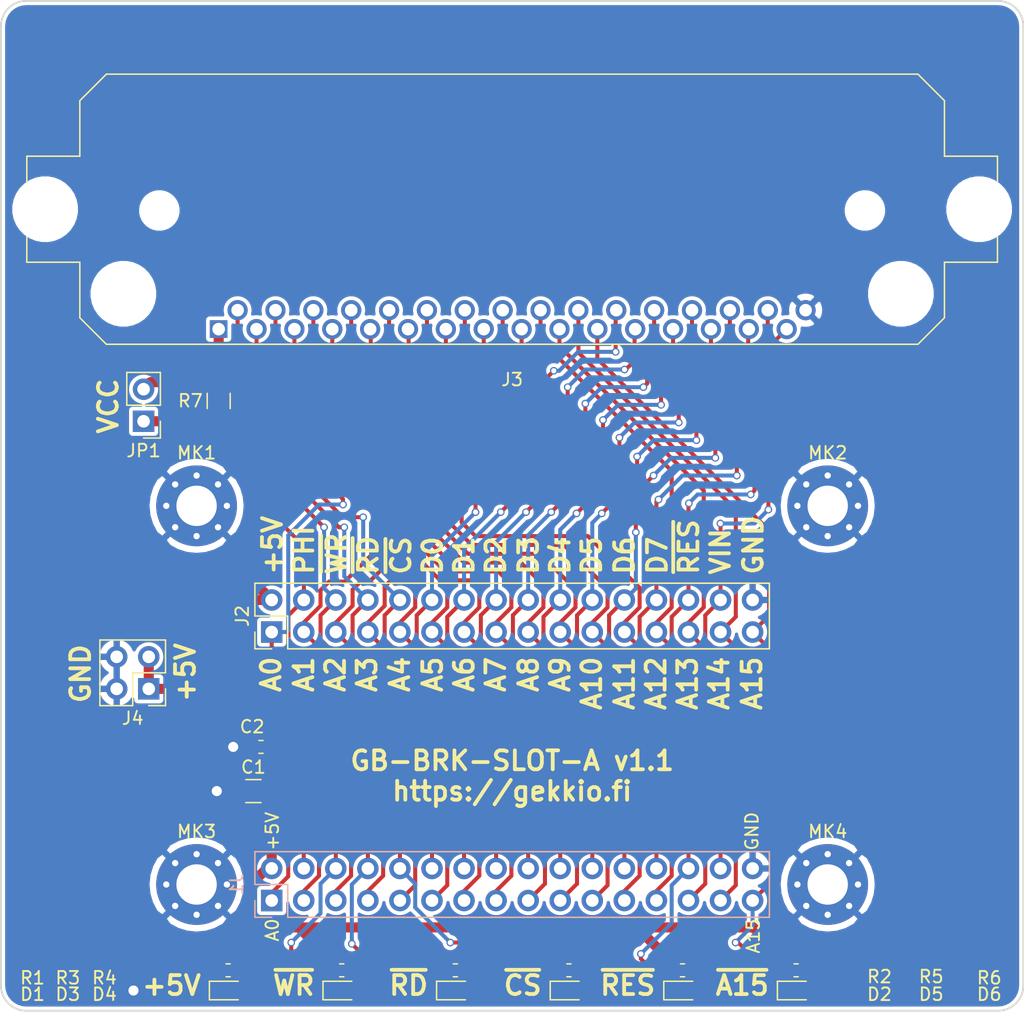
<source format=kicad_pcb>
(kicad_pcb (version 20171130) (host pcbnew 5.1.6-c6e7f7d~86~ubuntu20.04.1)
  (title_block (title GB-BRK-SLOT-A) (rev v1.1) (company https://gekkio.fi))
  (layers (0 F.Cu signal) (31 B.Cu signal) (34 B.Paste user) (35 F.Paste user) (36 B.SilkS user) (37 F.SilkS user) (38 B.Mask user) (39 F.Mask user) (44 Edge.Cuts user))
  (net 0 "")
  (net 1 "Net-(D1-Pad2)")
  (net 2 +5V)
  (net 3 GND)
  (net 4 /A0)
  (net 5 /PHI)
  (net 6 /A1)
  (net 7 /~WR)
  (net 8 /A2)
  (net 9 /~RD)
  (net 10 /A3)
  (net 11 /~CS)
  (net 12 /A4)
  (net 13 /D0)
  (net 14 /A5)
  (net 15 /D1)
  (net 16 /A6)
  (net 17 /D2)
  (net 18 /A7)
  (net 19 /D3)
  (net 20 /A8)
  (net 21 /D4)
  (net 22 /A9)
  (net 23 /D5)
  (net 24 /A10)
  (net 25 /D6)
  (net 26 /A11)
  (net 27 /D7)
  (net 28 /A12)
  (net 29 /~RES)
  (net 30 /A13)
  (net 31 /VIN)
  (net 32 /A14)
  (net 33 /A15)
  (net 34 "Net-(D2-Pad2)")
  (net 35 "Net-(D3-Pad2)")
  (net 36 "Net-(D4-Pad2)")
  (net 37 "Net-(D5-Pad2)")
  (net 38 "Net-(D6-Pad2)")
  (net 39 "Net-(J3-Pad1)")
  (module Connector_PinHeader_2.54mm:PinHeader_1x02_P2.54mm_Vertical (layer F.Cu) (at 58.3 103.3 180)
    (fp_text reference JP1 (at 0 -2.33 180) (layer F.SilkS))
    (fp_text value Jumper_NC_Small)
    (pad 2 thru_hole oval (at 0 2.54 180) (size 1.7 1.7) (drill 1) (layers *.Cu *.Mask) (net 39 "Net-(J3-Pad1)"))
    (pad 1 thru_hole rect (at 0 0 180) (size 1.7 1.7) (drill 1) (layers *.Cu *.Mask) (net 2 +5V))
  )
  (module Resistor_SMD:R_1206_3216Metric_Pad1.42x1.75mm_HandSolder (layer F.Cu) (at 64.25 101.69 270)
    (fp_text reference R7 (at -0.01 2.24) (layer F.SilkS))
    (fp_text value 0R)
    (pad 2 smd roundrect (at 1.4875 0 270) (size 1.425 1.75) (layers F.Cu F.Paste F.Mask) (roundrect_rratio 0.175439) (net 2 +5V))
    (pad 1 smd roundrect (at -1.4875 0 270) (size 1.425 1.75) (layers F.Cu F.Paste F.Mask) (roundrect_rratio 0.175439) (net 39 "Net-(J3-Pad1)"))
  )
  (module LED_SMD:LED_0603_1608Metric (layer F.Cu) (at 65 148.4)
    (fp_text reference D1 (at -15.5 0.3) (layer F.SilkS))
    (fp_text value LED)
    (pad 2 smd roundrect (at 0.7875 0) (size 0.875 0.95) (layers F.Cu F.Paste F.Mask) (net 1 "Net-(D1-Pad2)"))
    (pad 1 smd roundrect (at -0.7875 0) (size 0.875 0.95) (layers F.Cu F.Paste F.Mask) (net 3 GND))
  )
  (module Connector_PinHeader_2.54mm:PinHeader_2x16_P2.54mm_Vertical (layer F.Cu) (at 68.45 120 90)
    (fp_text reference J2 (at 1.27 -2.33 90) (layer F.SilkS))
    (fp_text value Conn_02x16_Odd_Even)
    (pad 32 thru_hole oval (at 2.54 38.1 90) (size 1.7 1.7) (drill 1) (layers *.Cu *.Mask) (net 3 GND))
    (pad 31 thru_hole oval (at 0 38.1 90) (size 1.7 1.7) (drill 1) (layers *.Cu *.Mask) (net 33 /A15))
    (pad 30 thru_hole oval (at 2.54 35.56 90) (size 1.7 1.7) (drill 1) (layers *.Cu *.Mask) (net 31 /VIN))
    (pad 29 thru_hole oval (at 0 35.56 90) (size 1.7 1.7) (drill 1) (layers *.Cu *.Mask) (net 32 /A14))
    (pad 28 thru_hole oval (at 2.54 33.02 90) (size 1.7 1.7) (drill 1) (layers *.Cu *.Mask) (net 29 /~RES))
    (pad 27 thru_hole oval (at 0 33.02 90) (size 1.7 1.7) (drill 1) (layers *.Cu *.Mask) (net 30 /A13))
    (pad 26 thru_hole oval (at 2.54 30.48 90) (size 1.7 1.7) (drill 1) (layers *.Cu *.Mask) (net 27 /D7))
    (pad 25 thru_hole oval (at 0 30.48 90) (size 1.7 1.7) (drill 1) (layers *.Cu *.Mask) (net 28 /A12))
    (pad 24 thru_hole oval (at 2.54 27.94 90) (size 1.7 1.7) (drill 1) (layers *.Cu *.Mask) (net 25 /D6))
    (pad 23 thru_hole oval (at 0 27.94 90) (size 1.7 1.7) (drill 1) (layers *.Cu *.Mask) (net 26 /A11))
    (pad 22 thru_hole oval (at 2.54 25.4 90) (size 1.7 1.7) (drill 1) (layers *.Cu *.Mask) (net 23 /D5))
    (pad 21 thru_hole oval (at 0 25.4 90) (size 1.7 1.7) (drill 1) (layers *.Cu *.Mask) (net 24 /A10))
    (pad 20 thru_hole oval (at 2.54 22.86 90) (size 1.7 1.7) (drill 1) (layers *.Cu *.Mask) (net 21 /D4))
    (pad 19 thru_hole oval (at 0 22.86 90) (size 1.7 1.7) (drill 1) (layers *.Cu *.Mask) (net 22 /A9))
    (pad 18 thru_hole oval (at 2.54 20.32 90) (size 1.7 1.7) (drill 1) (layers *.Cu *.Mask) (net 19 /D3))
    (pad 17 thru_hole oval (at 0 20.32 90) (size 1.7 1.7) (drill 1) (layers *.Cu *.Mask) (net 20 /A8))
    (pad 16 thru_hole oval (at 2.54 17.78 90) (size 1.7 1.7) (drill 1) (layers *.Cu *.Mask) (net 17 /D2))
    (pad 15 thru_hole oval (at 0 17.78 90) (size 1.7 1.7) (drill 1) (layers *.Cu *.Mask) (net 18 /A7))
    (pad 14 thru_hole oval (at 2.54 15.24 90) (size 1.7 1.7) (drill 1) (layers *.Cu *.Mask) (net 15 /D1))
    (pad 13 thru_hole oval (at 0 15.24 90) (size 1.7 1.7) (drill 1) (layers *.Cu *.Mask) (net 16 /A6))
    (pad 12 thru_hole oval (at 2.54 12.7 90) (size 1.7 1.7) (drill 1) (layers *.Cu *.Mask) (net 13 /D0))
    (pad 11 thru_hole oval (at 0 12.7 90) (size 1.7 1.7) (drill 1) (layers *.Cu *.Mask) (net 14 /A5))
    (pad 10 thru_hole oval (at 2.54 10.16 90) (size 1.7 1.7) (drill 1) (layers *.Cu *.Mask) (net 11 /~CS))
    (pad 9 thru_hole oval (at 0 10.16 90) (size 1.7 1.7) (drill 1) (layers *.Cu *.Mask) (net 12 /A4))
    (pad 8 thru_hole oval (at 2.54 7.62 90) (size 1.7 1.7) (drill 1) (layers *.Cu *.Mask) (net 9 /~RD))
    (pad 7 thru_hole oval (at 0 7.62 90) (size 1.7 1.7) (drill 1) (layers *.Cu *.Mask) (net 10 /A3))
    (pad 6 thru_hole oval (at 2.54 5.08 90) (size 1.7 1.7) (drill 1) (layers *.Cu *.Mask) (net 7 /~WR))
    (pad 5 thru_hole oval (at 0 5.08 90) (size 1.7 1.7) (drill 1) (layers *.Cu *.Mask) (net 8 /A2))
    (pad 4 thru_hole oval (at 2.54 2.54 90) (size 1.7 1.7) (drill 1) (layers *.Cu *.Mask) (net 5 /PHI))
    (pad 3 thru_hole oval (at 0 2.54 90) (size 1.7 1.7) (drill 1) (layers *.Cu *.Mask) (net 6 /A1))
    (pad 2 thru_hole oval (at 2.54 0 90) (size 1.7 1.7) (drill 1) (layers *.Cu *.Mask) (net 2 +5V))
    (pad 1 thru_hole rect (at 0 0 90) (size 1.7 1.7) (drill 1) (layers *.Cu *.Mask) (net 4 /A0))
  )
  (module Resistor_SMD:R_0603_1608Metric (layer F.Cu) (at 65 146.8)
    (fp_text reference R1 (at -15.5 0.6) (layer F.SilkS))
    (fp_text value 3.3k)
    (pad 2 smd roundrect (at 0.7875 0) (size 0.875 0.95) (layers F.Cu F.Paste F.Mask) (net 1 "Net-(D1-Pad2)"))
    (pad 1 smd roundrect (at -0.7875 0) (size 0.875 0.95) (layers F.Cu F.Paste F.Mask) (net 2 +5V))
  )
  (module Capacitor_SMD:C_1206_3216Metric (layer F.Cu) (at 67 132.6 180)
    (fp_text reference C1 (at 0 1.9 180) (layer F.SilkS))
    (fp_text value 10uF)
    (pad 2 smd roundrect (at 1.4 0 180) (size 1.25 1.75) (layers F.Cu F.Paste F.Mask) (roundrect_rratio 0.2) (net 3 GND))
    (pad 1 smd roundrect (at -1.4 0 180) (size 1.25 1.75) (layers F.Cu F.Paste F.Mask) (roundrect_rratio 0.2) (net 2 +5V))
  )
  (module Capacitor_SMD:C_0603_1608Metric (layer F.Cu) (at 67.6 129.1 180)
    (fp_text reference C2 (at 0.7 1.6 180) (layer F.SilkS))
    (fp_text value 0.1uF)
    (pad 2 smd roundrect (at 0.7875 0 180) (size 0.875 0.95) (layers F.Cu F.Paste F.Mask) (net 3 GND))
    (pad 1 smd roundrect (at -0.7875 0 180) (size 0.875 0.95) (layers F.Cu F.Paste F.Mask) (net 2 +5V))
  )
  (module Connector_PinSocket_2.54mm:PinSocket_2x16_P2.54mm_Vertical (layer B.Cu) (at 68.45 141.27 270)
    (fp_text reference J1 (at -1.27 2.77 270) (layer B.SilkS) (effects (justify mirror)))
    (fp_text value Conn_02x16_Odd_Even)
    (pad 32 thru_hole oval (at -2.54 -38.1 270) (size 1.7 1.7) (drill 1) (layers *.Cu *.Mask) (net 3 GND))
    (pad 31 thru_hole oval (at 0 -38.1 270) (size 1.7 1.7) (drill 1) (layers *.Cu *.Mask) (net 33 /A15))
    (pad 30 thru_hole oval (at -2.54 -35.56 270) (size 1.7 1.7) (drill 1) (layers *.Cu *.Mask) (net 31 /VIN))
    (pad 29 thru_hole oval (at 0 -35.56 270) (size 1.7 1.7) (drill 1) (layers *.Cu *.Mask) (net 32 /A14))
    (pad 28 thru_hole oval (at -2.54 -33.02 270) (size 1.7 1.7) (drill 1) (layers *.Cu *.Mask) (net 29 /~RES))
    (pad 27 thru_hole oval (at 0 -33.02 270) (size 1.7 1.7) (drill 1) (layers *.Cu *.Mask) (net 30 /A13))
    (pad 26 thru_hole oval (at -2.54 -30.48 270) (size 1.7 1.7) (drill 1) (layers *.Cu *.Mask) (net 27 /D7))
    (pad 25 thru_hole oval (at 0 -30.48 270) (size 1.7 1.7) (drill 1) (layers *.Cu *.Mask) (net 28 /A12))
    (pad 24 thru_hole oval (at -2.54 -27.94 270) (size 1.7 1.7) (drill 1) (layers *.Cu *.Mask) (net 25 /D6))
    (pad 23 thru_hole oval (at 0 -27.94 270) (size 1.7 1.7) (drill 1) (layers *.Cu *.Mask) (net 26 /A11))
    (pad 22 thru_hole oval (at -2.54 -25.4 270) (size 1.7 1.7) (drill 1) (layers *.Cu *.Mask) (net 23 /D5))
    (pad 21 thru_hole oval (at 0 -25.4 270) (size 1.7 1.7) (drill 1) (layers *.Cu *.Mask) (net 24 /A10))
    (pad 20 thru_hole oval (at -2.54 -22.86 270) (size 1.7 1.7) (drill 1) (layers *.Cu *.Mask) (net 21 /D4))
    (pad 19 thru_hole oval (at 0 -22.86 270) (size 1.7 1.7) (drill 1) (layers *.Cu *.Mask) (net 22 /A9))
    (pad 18 thru_hole oval (at -2.54 -20.32 270) (size 1.7 1.7) (drill 1) (layers *.Cu *.Mask) (net 19 /D3))
    (pad 17 thru_hole oval (at 0 -20.32 270) (size 1.7 1.7) (drill 1) (layers *.Cu *.Mask) (net 20 /A8))
    (pad 16 thru_hole oval (at -2.54 -17.78 270) (size 1.7 1.7) (drill 1) (layers *.Cu *.Mask) (net 17 /D2))
    (pad 15 thru_hole oval (at 0 -17.78 270) (size 1.7 1.7) (drill 1) (layers *.Cu *.Mask) (net 18 /A7))
    (pad 14 thru_hole oval (at -2.54 -15.24 270) (size 1.7 1.7) (drill 1) (layers *.Cu *.Mask) (net 15 /D1))
    (pad 13 thru_hole oval (at 0 -15.24 270) (size 1.7 1.7) (drill 1) (layers *.Cu *.Mask) (net 16 /A6))
    (pad 12 thru_hole oval (at -2.54 -12.7 270) (size 1.7 1.7) (drill 1) (layers *.Cu *.Mask) (net 13 /D0))
    (pad 11 thru_hole oval (at 0 -12.7 270) (size 1.7 1.7) (drill 1) (layers *.Cu *.Mask) (net 14 /A5))
    (pad 10 thru_hole oval (at -2.54 -10.16 270) (size 1.7 1.7) (drill 1) (layers *.Cu *.Mask) (net 11 /~CS))
    (pad 9 thru_hole oval (at 0 -10.16 270) (size 1.7 1.7) (drill 1) (layers *.Cu *.Mask) (net 12 /A4))
    (pad 8 thru_hole oval (at -2.54 -7.62 270) (size 1.7 1.7) (drill 1) (layers *.Cu *.Mask) (net 9 /~RD))
    (pad 7 thru_hole oval (at 0 -7.62 270) (size 1.7 1.7) (drill 1) (layers *.Cu *.Mask) (net 10 /A3))
    (pad 6 thru_hole oval (at -2.54 -5.08 270) (size 1.7 1.7) (drill 1) (layers *.Cu *.Mask) (net 7 /~WR))
    (pad 5 thru_hole oval (at 0 -5.08 270) (size 1.7 1.7) (drill 1) (layers *.Cu *.Mask) (net 8 /A2))
    (pad 4 thru_hole oval (at -2.54 -2.54 270) (size 1.7 1.7) (drill 1) (layers *.Cu *.Mask) (net 5 /PHI))
    (pad 3 thru_hole oval (at 0 -2.54 270) (size 1.7 1.7) (drill 1) (layers *.Cu *.Mask) (net 6 /A1))
    (pad 2 thru_hole oval (at -2.54 0 270) (size 1.7 1.7) (drill 1) (layers *.Cu *.Mask) (net 2 +5V))
    (pad 1 thru_hole rect (at 0 0 270) (size 1.7 1.7) (drill 1) (layers *.Cu *.Mask) (net 4 /A0))
  )
  (module LED_SMD:LED_0603_1608Metric (layer F.Cu) (at 101 148.4)
    (fp_text reference D2 (at 15.6 0.3) (layer F.SilkS))
    (fp_text value LED)
    (pad 2 smd roundrect (at 0.7875 0) (size 0.875 0.95) (layers F.Cu F.Paste F.Mask) (net 34 "Net-(D2-Pad2)"))
    (pad 1 smd roundrect (at -0.7875 0) (size 0.875 0.95) (layers F.Cu F.Paste F.Mask) (net 29 /~RES))
  )
  (module LED_SMD:LED_0603_1608Metric (layer F.Cu) (at 74 148.4)
    (fp_text reference D3 (at -21.7 0.3) (layer F.SilkS))
    (fp_text value LED)
    (pad 2 smd roundrect (at 0.7875 0) (size 0.875 0.95) (layers F.Cu F.Paste F.Mask) (net 35 "Net-(D3-Pad2)"))
    (pad 1 smd roundrect (at -0.7875 0) (size 0.875 0.95) (layers F.Cu F.Paste F.Mask) (net 7 /~WR))
  )
  (module LED_SMD:LED_0603_1608Metric (layer F.Cu) (at 83 148.4)
    (fp_text reference D4 (at -27.8 0.3) (layer F.SilkS))
    (fp_text value LED)
    (pad 2 smd roundrect (at 0.7875 0) (size 0.875 0.95) (layers F.Cu F.Paste F.Mask) (net 36 "Net-(D4-Pad2)"))
    (pad 1 smd roundrect (at -0.7875 0) (size 0.875 0.95) (layers F.Cu F.Paste F.Mask) (net 9 /~RD))
  )
  (module LED_SMD:LED_0603_1608Metric (layer F.Cu) (at 92 148.4)
    (fp_text reference D5 (at 28.7 0.3) (layer F.SilkS))
    (fp_text value LED)
    (pad 2 smd roundrect (at 0.7875 0) (size 0.875 0.95) (layers F.Cu F.Paste F.Mask) (net 37 "Net-(D5-Pad2)"))
    (pad 1 smd roundrect (at -0.7875 0) (size 0.875 0.95) (layers F.Cu F.Paste F.Mask) (net 11 /~CS))
  )
  (module LED_SMD:LED_0603_1608Metric (layer F.Cu) (at 110 148.4)
    (fp_text reference D6 (at 15.3 0.3) (layer F.SilkS))
    (fp_text value LED)
    (pad 2 smd roundrect (at 0.7875 0) (size 0.875 0.95) (layers F.Cu F.Paste F.Mask) (net 38 "Net-(D6-Pad2)"))
    (pad 1 smd roundrect (at -0.7875 0) (size 0.875 0.95) (layers F.Cu F.Paste F.Mask) (net 33 /A15))
  )
  (module Resistor_SMD:R_0603_1608Metric (layer F.Cu) (at 101 146.8)
    (fp_text reference R2 (at 15.6 0.5) (layer F.SilkS))
    (fp_text value 3.3k)
    (pad 2 smd roundrect (at 0.7875 0) (size 0.875 0.95) (layers F.Cu F.Paste F.Mask) (net 34 "Net-(D2-Pad2)"))
    (pad 1 smd roundrect (at -0.7875 0) (size 0.875 0.95) (layers F.Cu F.Paste F.Mask) (net 2 +5V))
  )
  (module Resistor_SMD:R_0603_1608Metric (layer F.Cu) (at 74 146.8)
    (fp_text reference R3 (at -21.7 0.6) (layer F.SilkS))
    (fp_text value 3.3k)
    (pad 2 smd roundrect (at 0.7875 0) (size 0.875 0.95) (layers F.Cu F.Paste F.Mask) (net 35 "Net-(D3-Pad2)"))
    (pad 1 smd roundrect (at -0.7875 0) (size 0.875 0.95) (layers F.Cu F.Paste F.Mask) (net 2 +5V))
  )
  (module Resistor_SMD:R_0603_1608Metric (layer F.Cu) (at 83 146.8)
    (fp_text reference R4 (at -27.8 0.6) (layer F.SilkS))
    (fp_text value 3.3k)
    (pad 2 smd roundrect (at 0.7875 0) (size 0.875 0.95) (layers F.Cu F.Paste F.Mask) (net 36 "Net-(D4-Pad2)"))
    (pad 1 smd roundrect (at -0.7875 0) (size 0.875 0.95) (layers F.Cu F.Paste F.Mask) (net 2 +5V))
  )
  (module Resistor_SMD:R_0603_1608Metric (layer F.Cu) (at 92 146.8)
    (fp_text reference R5 (at 28.7 0.5) (layer F.SilkS))
    (fp_text value 3.3k)
    (pad 2 smd roundrect (at 0.7875 0) (size 0.875 0.95) (layers F.Cu F.Paste F.Mask) (net 37 "Net-(D5-Pad2)"))
    (pad 1 smd roundrect (at -0.7875 0) (size 0.875 0.95) (layers F.Cu F.Paste F.Mask) (net 2 +5V))
  )
  (module Resistor_SMD:R_0603_1608Metric (layer F.Cu) (at 110 146.8)
    (fp_text reference R6 (at 15.3 0.6) (layer F.SilkS))
    (fp_text value 3.3k)
    (pad 2 smd roundrect (at 0.7875 0) (size 0.875 0.95) (layers F.Cu F.Paste F.Mask) (net 38 "Net-(D6-Pad2)"))
    (pad 1 smd roundrect (at -0.7875 0) (size 0.875 0.95) (layers F.Cu F.Paste F.Mask) (net 2 +5V))
  )
  (module Gekkio_Connector_PCBedge:GameBoy_Cartridge_DMG_1x32_P1.50mm_Socket_Horizontal (layer F.Cu) (at 64.25 96)
    (fp_text reference J3 (at 23.25 4) (layer F.SilkS))
    (fp_text value GameBoy_Cartridge)
    (pad "" np_thru_hole circle (at 60.25 -9.5) (size 4.6 4.6) (drill 4.6) (layers *.Cu *.Mask))
    (pad "" np_thru_hole circle (at -13.75 -9.5) (size 4.6 4.6) (drill 4.6) (layers *.Cu *.Mask))
    (pad "" np_thru_hole circle (at -4.7 -9.4) (size 2.6 2.6) (drill 2.6) (layers *.Cu *.Mask))
    (pad "" np_thru_hole circle (at 51.2 -9.4) (size 2.6 2.6) (drill 2.6) (layers *.Cu *.Mask))
    (pad "" np_thru_hole circle (at -7.55 -2.8) (size 4.6 4.6) (drill 4.6) (layers *.Cu *.Mask))
    (pad "" np_thru_hole circle (at 54.05 -2.8) (size 4.6 4.6) (drill 4.6) (layers *.Cu *.Mask))
    (pad 1 thru_hole rect (at 0 0) (size 1.4 1.4) (drill 1) (layers *.Cu *.Mask) (net 39 "Net-(J3-Pad1)"))
    (pad 2 thru_hole circle (at 1.5 -1.5) (size 1.6 1.6) (drill 1) (layers *.Cu *.Mask) (net 5 /PHI))
    (pad 3 thru_hole circle (at 3 0) (size 1.6 1.6) (drill 1) (layers *.Cu *.Mask) (net 7 /~WR))
    (pad 4 thru_hole circle (at 4.5 -1.5) (size 1.6 1.6) (drill 1) (layers *.Cu *.Mask) (net 9 /~RD))
    (pad 5 thru_hole circle (at 6 0) (size 1.6 1.6) (drill 1) (layers *.Cu *.Mask) (net 11 /~CS))
    (pad 6 thru_hole circle (at 7.5 -1.5) (size 1.6 1.6) (drill 1) (layers *.Cu *.Mask) (net 4 /A0))
    (pad 7 thru_hole circle (at 9 0) (size 1.6 1.6) (drill 1) (layers *.Cu *.Mask) (net 6 /A1))
    (pad 8 thru_hole circle (at 10.5 -1.5) (size 1.6 1.6) (drill 1) (layers *.Cu *.Mask) (net 8 /A2))
    (pad 9 thru_hole circle (at 12 0) (size 1.6 1.6) (drill 1) (layers *.Cu *.Mask) (net 10 /A3))
    (pad 10 thru_hole circle (at 13.5 -1.5) (size 1.6 1.6) (drill 1) (layers *.Cu *.Mask) (net 12 /A4))
    (pad 11 thru_hole circle (at 15 0) (size 1.6 1.6) (drill 1) (layers *.Cu *.Mask) (net 14 /A5))
    (pad 12 thru_hole circle (at 16.5 -1.5) (size 1.6 1.6) (drill 1) (layers *.Cu *.Mask) (net 16 /A6))
    (pad 13 thru_hole circle (at 18 0) (size 1.6 1.6) (drill 1) (layers *.Cu *.Mask) (net 18 /A7))
    (pad 14 thru_hole circle (at 19.5 -1.5) (size 1.6 1.6) (drill 1) (layers *.Cu *.Mask) (net 20 /A8))
    (pad 15 thru_hole circle (at 21 0) (size 1.6 1.6) (drill 1) (layers *.Cu *.Mask) (net 22 /A9))
    (pad 16 thru_hole circle (at 22.5 -1.5) (size 1.6 1.6) (drill 1) (layers *.Cu *.Mask) (net 24 /A10))
    (pad 17 thru_hole circle (at 24 0) (size 1.6 1.6) (drill 1) (layers *.Cu *.Mask) (net 26 /A11))
    (pad 18 thru_hole circle (at 25.5 -1.5) (size 1.6 1.6) (drill 1) (layers *.Cu *.Mask) (net 28 /A12))
    (pad 19 thru_hole circle (at 27 0) (size 1.6 1.6) (drill 1) (layers *.Cu *.Mask) (net 30 /A13))
    (pad 20 thru_hole circle (at 28.5 -1.5) (size 1.6 1.6) (drill 1) (layers *.Cu *.Mask) (net 32 /A14))
    (pad 21 thru_hole circle (at 30 0) (size 1.6 1.6) (drill 1) (layers *.Cu *.Mask) (net 33 /A15))
    (pad 22 thru_hole circle (at 31.5 -1.5) (size 1.6 1.6) (drill 1) (layers *.Cu *.Mask) (net 13 /D0))
    (pad 23 thru_hole circle (at 33 0) (size 1.6 1.6) (drill 1) (layers *.Cu *.Mask) (net 15 /D1))
    (pad 24 thru_hole circle (at 34.5 -1.5) (size 1.6 1.6) (drill 1) (layers *.Cu *.Mask) (net 17 /D2))
    (pad 25 thru_hole circle (at 36 0) (size 1.6 1.6) (drill 1) (layers *.Cu *.Mask) (net 19 /D3))
    (pad 26 thru_hole circle (at 37.5 -1.5) (size 1.6 1.6) (drill 1) (layers *.Cu *.Mask) (net 21 /D4))
    (pad 27 thru_hole circle (at 39 0) (size 1.6 1.6) (drill 1) (layers *.Cu *.Mask) (net 23 /D5))
    (pad 28 thru_hole circle (at 40.5 -1.5) (size 1.6 1.6) (drill 1) (layers *.Cu *.Mask) (net 25 /D6))
    (pad 29 thru_hole circle (at 42 0) (size 1.6 1.6) (drill 1) (layers *.Cu *.Mask) (net 27 /D7))
    (pad 30 thru_hole circle (at 43.5 -1.5) (size 1.6 1.6) (drill 1) (layers *.Cu *.Mask) (net 29 /~RES))
    (pad 31 thru_hole circle (at 45 0) (size 1.6 1.6) (drill 1) (layers *.Cu *.Mask) (net 31 /VIN))
    (pad 32 thru_hole circle (at 46.5 -1.5) (size 1.6 1.6) (drill 1) (layers *.Cu *.Mask) (net 3 GND))
  )
  (module Connector_PinHeader_2.54mm:PinHeader_2x02_P2.54mm_Vertical (layer F.Cu) (at 58.71 124.5 180)
    (fp_text reference J4 (at 1.27 -2.33 180) (layer F.SilkS))
    (fp_text value Conn_02x02_Odd_Even)
    (pad 4 thru_hole oval (at 2.54 2.54 180) (size 1.7 1.7) (drill 1) (layers *.Cu *.Mask) (net 3 GND))
    (pad 3 thru_hole oval (at 0 2.54 180) (size 1.7 1.7) (drill 1) (layers *.Cu *.Mask) (net 2 +5V))
    (pad 2 thru_hole oval (at 2.54 0 180) (size 1.7 1.7) (drill 1) (layers *.Cu *.Mask) (net 3 GND))
    (pad 1 thru_hole rect (at 0 0 180) (size 1.7 1.7) (drill 1) (layers *.Cu *.Mask) (net 2 +5V))
  )
  (module MountingHole:MountingHole_3.2mm_M3_Pad_Via (layer F.Cu) (at 62.5 110)
    (fp_text reference MK1 (at 0 -4.2) (layer F.SilkS))
    (fp_text value MountingHole_Pad)
    (pad 1 thru_hole circle (at 1.697056 -1.697056) (size 0.8 0.8) (drill 0.5) (layers *.Cu *.Mask) (net 3 GND))
    (pad 1 thru_hole circle (at 0 -2.4) (size 0.8 0.8) (drill 0.5) (layers *.Cu *.Mask) (net 3 GND))
    (pad 1 thru_hole circle (at -1.697056 -1.697056) (size 0.8 0.8) (drill 0.5) (layers *.Cu *.Mask) (net 3 GND))
    (pad 1 thru_hole circle (at -2.4 0) (size 0.8 0.8) (drill 0.5) (layers *.Cu *.Mask) (net 3 GND))
    (pad 1 thru_hole circle (at -1.697056 1.697056) (size 0.8 0.8) (drill 0.5) (layers *.Cu *.Mask) (net 3 GND))
    (pad 1 thru_hole circle (at 0 2.4) (size 0.8 0.8) (drill 0.5) (layers *.Cu *.Mask) (net 3 GND))
    (pad 1 thru_hole circle (at 1.697056 1.697056) (size 0.8 0.8) (drill 0.5) (layers *.Cu *.Mask) (net 3 GND))
    (pad 1 thru_hole circle (at 2.4 0) (size 0.8 0.8) (drill 0.5) (layers *.Cu *.Mask) (net 3 GND))
    (pad 1 thru_hole circle (at 0 0) (size 6.4 6.4) (drill 3.2) (layers *.Cu *.Mask) (net 3 GND))
  )
  (module MountingHole:MountingHole_3.2mm_M3_Pad_Via (layer F.Cu) (at 112.5 110)
    (fp_text reference MK2 (at 0 -4.2) (layer F.SilkS))
    (fp_text value MountingHole_Pad)
    (pad 1 thru_hole circle (at 1.697056 -1.697056) (size 0.8 0.8) (drill 0.5) (layers *.Cu *.Mask) (net 3 GND))
    (pad 1 thru_hole circle (at 0 -2.4) (size 0.8 0.8) (drill 0.5) (layers *.Cu *.Mask) (net 3 GND))
    (pad 1 thru_hole circle (at -1.697056 -1.697056) (size 0.8 0.8) (drill 0.5) (layers *.Cu *.Mask) (net 3 GND))
    (pad 1 thru_hole circle (at -2.4 0) (size 0.8 0.8) (drill 0.5) (layers *.Cu *.Mask) (net 3 GND))
    (pad 1 thru_hole circle (at -1.697056 1.697056) (size 0.8 0.8) (drill 0.5) (layers *.Cu *.Mask) (net 3 GND))
    (pad 1 thru_hole circle (at 0 2.4) (size 0.8 0.8) (drill 0.5) (layers *.Cu *.Mask) (net 3 GND))
    (pad 1 thru_hole circle (at 1.697056 1.697056) (size 0.8 0.8) (drill 0.5) (layers *.Cu *.Mask) (net 3 GND))
    (pad 1 thru_hole circle (at 2.4 0) (size 0.8 0.8) (drill 0.5) (layers *.Cu *.Mask) (net 3 GND))
    (pad 1 thru_hole circle (at 0 0) (size 6.4 6.4) (drill 3.2) (layers *.Cu *.Mask) (net 3 GND))
  )
  (module MountingHole:MountingHole_3.2mm_M3_Pad_Via (layer F.Cu) (at 62.5 140)
    (fp_text reference MK3 (at 0 -4.2) (layer F.SilkS))
    (fp_text value MountingHole_Pad)
    (pad 1 thru_hole circle (at 1.697056 -1.697056) (size 0.8 0.8) (drill 0.5) (layers *.Cu *.Mask) (net 3 GND))
    (pad 1 thru_hole circle (at 0 -2.4) (size 0.8 0.8) (drill 0.5) (layers *.Cu *.Mask) (net 3 GND))
    (pad 1 thru_hole circle (at -1.697056 -1.697056) (size 0.8 0.8) (drill 0.5) (layers *.Cu *.Mask) (net 3 GND))
    (pad 1 thru_hole circle (at -2.4 0) (size 0.8 0.8) (drill 0.5) (layers *.Cu *.Mask) (net 3 GND))
    (pad 1 thru_hole circle (at -1.697056 1.697056) (size 0.8 0.8) (drill 0.5) (layers *.Cu *.Mask) (net 3 GND))
    (pad 1 thru_hole circle (at 0 2.4) (size 0.8 0.8) (drill 0.5) (layers *.Cu *.Mask) (net 3 GND))
    (pad 1 thru_hole circle (at 1.697056 1.697056) (size 0.8 0.8) (drill 0.5) (layers *.Cu *.Mask) (net 3 GND))
    (pad 1 thru_hole circle (at 2.4 0) (size 0.8 0.8) (drill 0.5) (layers *.Cu *.Mask) (net 3 GND))
    (pad 1 thru_hole circle (at 0 0) (size 6.4 6.4) (drill 3.2) (layers *.Cu *.Mask) (net 3 GND))
  )
  (module MountingHole:MountingHole_3.2mm_M3_Pad_Via (layer F.Cu) (at 112.5 140)
    (fp_text reference MK4 (at 0 -4.2) (layer F.SilkS))
    (fp_text value MountingHole_Pad)
    (pad 1 thru_hole circle (at 1.697056 -1.697056) (size 0.8 0.8) (drill 0.5) (layers *.Cu *.Mask) (net 3 GND))
    (pad 1 thru_hole circle (at 0 -2.4) (size 0.8 0.8) (drill 0.5) (layers *.Cu *.Mask) (net 3 GND))
    (pad 1 thru_hole circle (at -1.697056 -1.697056) (size 0.8 0.8) (drill 0.5) (layers *.Cu *.Mask) (net 3 GND))
    (pad 1 thru_hole circle (at -2.4 0) (size 0.8 0.8) (drill 0.5) (layers *.Cu *.Mask) (net 3 GND))
    (pad 1 thru_hole circle (at -1.697056 1.697056) (size 0.8 0.8) (drill 0.5) (layers *.Cu *.Mask) (net 3 GND))
    (pad 1 thru_hole circle (at 0 2.4) (size 0.8 0.8) (drill 0.5) (layers *.Cu *.Mask) (net 3 GND))
    (pad 1 thru_hole circle (at 1.697056 1.697056) (size 0.8 0.8) (drill 0.5) (layers *.Cu *.Mask) (net 3 GND))
    (pad 1 thru_hole circle (at 2.4 0) (size 0.8 0.8) (drill 0.5) (layers *.Cu *.Mask) (net 3 GND))
    (pad 1 thru_hole circle (at 0 0) (size 6.4 6.4) (drill 3.2) (layers *.Cu *.Mask) (net 3 GND))
  )
  (gr_arc (start 126 148) (end 126 150) (angle -90) (layer Edge.Cuts) (width 0.15))
  (gr_arc (start 49 148) (end 47 148) (angle -90) (layer Edge.Cuts) (width 0.15))
  (gr_arc (start 49 72) (end 49 70) (angle -90) (layer Edge.Cuts) (width 0.15))
  (gr_arc (start 126 72) (end 128 72) (angle -90) (layer Edge.Cuts) (width 0.15))
  (gr_text VCC (at 55.5 102.1 90) (layer F.SilkS) (effects (font (size 1.5 1.5) (thickness 0.3))))
  (gr_text GND (at 53.31 123.3 90) (layer F.SilkS) (effects (font (size 1.5 1.5) (thickness 0.3))))
  (gr_text +5V (at 61.61 123.2 90) (layer F.SilkS) (effects (font (size 1.5 1.5) (thickness 0.3))))
  (gr_text +5V (at 68.5 115.6 90) (layer F.SilkS) (effects (font (size 1.5 1.5) (thickness 0.3)) (justify left)))
  (gr_text PHI (at 71 115.6 90) (layer F.SilkS) (effects (font (size 1.5 1.5) (thickness 0.3)) (justify left)))
  (gr_text ~WR (at 73.6 115.6 90) (layer F.SilkS) (effects (font (size 1.5 1.5) (thickness 0.3)) (justify left)))
  (gr_text ~RD (at 76.1 115.6 90) (layer F.SilkS) (effects (font (size 1.5 1.5) (thickness 0.3)) (justify left)))
  (gr_text ~CS (at 78.7 115.6 90) (layer F.SilkS) (effects (font (size 1.5 1.5) (thickness 0.3)) (justify left)))
  (gr_text D0 (at 81.2 115.6 90) (layer F.SilkS) (effects (font (size 1.5 1.5) (thickness 0.3)) (justify left)))
  (gr_text D1 (at 83.7 115.6 90) (layer F.SilkS) (effects (font (size 1.5 1.5) (thickness 0.3)) (justify left)))
  (gr_text D2 (at 86.2 115.6 90) (layer F.SilkS) (effects (font (size 1.5 1.5) (thickness 0.3)) (justify left)))
  (gr_text D3 (at 88.8 115.6 90) (layer F.SilkS) (effects (font (size 1.5 1.5) (thickness 0.3)) (justify left)))
  (gr_text D4 (at 91.3 115.6 90) (layer F.SilkS) (effects (font (size 1.5 1.5) (thickness 0.3)) (justify left)))
  (gr_text D5 (at 93.8 115.6 90) (layer F.SilkS) (effects (font (size 1.5 1.5) (thickness 0.3)) (justify left)))
  (gr_text D6 (at 96.4 115.6 90) (layer F.SilkS) (effects (font (size 1.5 1.5) (thickness 0.3)) (justify left)))
  (gr_text D7 (at 99 115.6 90) (layer F.SilkS) (effects (font (size 1.5 1.5) (thickness 0.3)) (justify left)))
  (gr_text ~RES (at 101.5 115.6 90) (layer F.SilkS) (effects (font (size 1.5 1.5) (thickness 0.3)) (justify left)))
  (gr_text VIN (at 104 115.6 90) (layer F.SilkS) (effects (font (size 1.5 1.5) (thickness 0.3)) (justify left)))
  (gr_text GND (at 106.6 115.6 90) (layer F.SilkS) (effects (font (size 1.5 1.5) (thickness 0.3)) (justify left)))
  (gr_text A2 (at 73.5 121.8 90) (layer F.SilkS) (effects (font (size 1.5 1.5) (thickness 0.3)) (justify right)))
  (gr_text A3 (at 76 121.8 90) (layer F.SilkS) (effects (font (size 1.5 1.5) (thickness 0.3)) (justify right)))
  (gr_text A4 (at 78.6 121.8 90) (layer F.SilkS) (effects (font (size 1.5 1.5) (thickness 0.3)) (justify right)))
  (gr_text A5 (at 81.2 121.8 90) (layer F.SilkS) (effects (font (size 1.5 1.5) (thickness 0.3)) (justify right)))
  (gr_text A6 (at 83.7 121.8 90) (layer F.SilkS) (effects (font (size 1.5 1.5) (thickness 0.3)) (justify right)))
  (gr_text A7 (at 86.2 121.8 90) (layer F.SilkS) (effects (font (size 1.5 1.5) (thickness 0.3)) (justify right)))
  (gr_text A8 (at 88.8 121.8 90) (layer F.SilkS) (effects (font (size 1.5 1.5) (thickness 0.3)) (justify right)))
  (gr_text A9 (at 91.3 121.8 90) (layer F.SilkS) (effects (font (size 1.5 1.5) (thickness 0.3)) (justify right)))
  (gr_text A10 (at 93.8 121.8 90) (layer F.SilkS) (effects (font (size 1.5 1.5) (thickness 0.3)) (justify right)))
  (gr_text A11 (at 96.4 121.8 90) (layer F.SilkS) (effects (font (size 1.5 1.5) (thickness 0.3)) (justify right)))
  (gr_text A12 (at 98.9 121.8 90) (layer F.SilkS) (effects (font (size 1.5 1.5) (thickness 0.3)) (justify right)))
  (gr_text A13 (at 101.4 121.8 90) (layer F.SilkS) (effects (font (size 1.5 1.5) (thickness 0.3)) (justify right)))
  (gr_text A14 (at 103.9 121.8 90) (layer F.SilkS) (effects (font (size 1.5 1.5) (thickness 0.3)) (justify right)))
  (gr_text A15 (at 106.5 121.8 90) (layer F.SilkS) (effects (font (size 1.5 1.5) (thickness 0.3)) (justify right)))
  (gr_text A1 (at 71 121.8 90) (layer F.SilkS) (effects (font (size 1.5 1.5) (thickness 0.3)) (justify right)))
  (gr_text A0 (at 68.4 121.8 90) (layer F.SilkS) (effects (font (size 1.5 1.5) (thickness 0.3)) (justify right)))
  (gr_text "GB-BRK-SLOT-A v1.1\nhttps://gekkio.fi" (at 87.5 131.4) (layer F.SilkS) (effects (font (size 1.5 1.5) (thickness 0.3))))
  (gr_text GND (at 106.5 137.4 90) (layer F.SilkS) (effects (font (size 1 1)) (justify left)))
  (gr_text A15 (at 106.6 142.6 90) (layer F.SilkS) (effects (font (size 1 1)) (justify right)))
  (gr_text A0 (at 68.5 142.6 90) (layer F.SilkS) (effects (font (size 1 1)) (justify right)))
  (gr_text +5V (at 68.5 137.4 90) (layer F.SilkS) (effects (font (size 1 1)) (justify left)))
  (gr_text ~A15 (at 108 148) (layer F.SilkS) (effects (font (size 1.5 1.5) (thickness 0.3)) (justify right)))
  (gr_text ~RES (at 99 148) (layer F.SilkS) (effects (font (size 1.5 1.5) (thickness 0.3)) (justify right)))
  (gr_text ~RD (at 81 148) (layer F.SilkS) (effects (font (size 1.5 1.5) (thickness 0.3)) (justify right)))
  (gr_text ~CS (at 90 148) (layer F.SilkS) (effects (font (size 1.5 1.5) (thickness 0.3)) (justify right)))
  (gr_text ~WR (at 72 148) (layer F.SilkS) (effects (font (size 1.5 1.5) (thickness 0.3)) (justify right)))
  (gr_text +5V (at 63 148) (layer F.SilkS) (effects (font (size 1.5 1.5) (thickness 0.3)) (justify right)))
  (gr_line (start 128 72) (end 128 148) (layer Edge.Cuts) (width 0.15))
  (gr_line (start 49 70) (end 126 70) (layer Edge.Cuts) (width 0.15))
  (gr_line (start 49 150) (end 126 150) (layer Edge.Cuts) (width 0.15))
  (gr_line (start 47 72) (end 47 148) (layer Edge.Cuts) (width 0.15))
  (segment (start 65.7875 146.8) (end 65.7875 148.4) (width 0.32) (layer F.Cu) (net 1))
  (segment (start 67.247919 117.46) (end 68.45 117.46) (width 0.8) (layer F.Cu) (net 2))
  (segment (start 66 118.707919) (end 67.247919 117.46) (width 0.8) (layer F.Cu) (net 2))
  (segment (start 66 122.4) (end 66 118.707919) (width 0.8) (layer F.Cu) (net 2))
  (segment (start 68.45 138.73) (end 68.45 124.85) (width 0.8) (layer F.Cu) (net 2))
  (segment (start 68.45 124.85) (end 66 122.4) (width 0.8) (layer F.Cu) (net 2))
  (segment (start 97.3875 143.4) (end 96.4 143.4) (width 0.8) (layer F.Cu) (net 2))
  (segment (start 100.2125 146.225) (end 97.3875 143.4) (width 0.8) (layer F.Cu) (net 2))
  (segment (start 100.2125 146.8) (end 100.2125 146.225) (width 0.8) (layer F.Cu) (net 2))
  (segment (start 86.8 143.4) (end 96.4 143.4) (width 0.8) (layer F.Cu) (net 2))
  (segment (start 88.3875 143.4) (end 86.8 143.4) (width 0.8) (layer F.Cu) (net 2))
  (segment (start 91.2125 146.225) (end 88.3875 143.4) (width 0.8) (layer F.Cu) (net 2))
  (segment (start 91.2125 146.8) (end 91.2125 146.225) (width 0.8) (layer F.Cu) (net 2))
  (segment (start 77.9 143.4) (end 86.8 143.4) (width 0.8) (layer F.Cu) (net 2))
  (segment (start 82.2125 146.8) (end 82.2125 146.225) (width 0.8) (layer F.Cu) (net 2))
  (segment (start 82.2125 146.225) (end 79.3875 143.4) (width 0.8) (layer F.Cu) (net 2))
  (segment (start 70.6 143.4) (end 77.9 143.4) (width 0.8) (layer F.Cu) (net 2))
  (segment (start 79.3875 143.4) (end 77.9 143.4) (width 0.8) (layer F.Cu) (net 2))
  (segment (start 73.2125 146.8) (end 73.2125 146.0125) (width 0.8) (layer F.Cu) (net 2))
  (segment (start 73.2125 146.0125) (end 70.6 143.4) (width 0.8) (layer F.Cu) (net 2))
  (segment (start 109.2125 146.0125) (end 109.2125 146.8) (width 0.8) (layer F.Cu) (net 2))
  (segment (start 96.4 143.4) (end 106.6 143.4) (width 0.8) (layer F.Cu) (net 2))
  (segment (start 106.6 143.4) (end 109.2125 146.0125) (width 0.8) (layer F.Cu) (net 2))
  (segment (start 58.71 121.96) (end 58.71 124.5) (width 0.8) (layer F.Cu) (net 2))
  (segment (start 68.45 138.73) (end 68.07 138.73) (width 0.8) (layer F.Cu) (net 2))
  (segment (start 68.07 138.73) (end 66.8 140) (width 0.8) (layer F.Cu) (net 2))
  (segment (start 66.8 142.580002) (end 66.8 142.2) (width 0.8) (layer F.Cu) (net 2))
  (segment (start 67.619998 143.4) (end 66.8 142.580002) (width 0.8) (layer F.Cu) (net 2))
  (segment (start 70.6 143.4) (end 67.619998 143.4) (width 0.8) (layer F.Cu) (net 2))
  (segment (start 66.8 140) (end 66.8 142.2) (width 0.8) (layer F.Cu) (net 2))
  (segment (start 64.2125 145.1875) (end 64.2125 146.8) (width 0.8) (layer F.Cu) (net 2))
  (segment (start 66.8 142.2) (end 66.8 142.6) (width 0.8) (layer F.Cu) (net 2))
  (segment (start 66.8 142.6) (end 64.2125 145.1875) (width 0.8) (layer F.Cu) (net 2))
  (segment (start 64.25 105.02) (end 64.25 103.1775) (width 0.8) (layer F.Cu) (net 2))
  (segment (start 66.9 107.67) (end 64.25 105.02) (width 0.8) (layer F.Cu) (net 2))
  (segment (start 68.45 117.46) (end 66.9 115.91) (width 0.8) (layer F.Cu) (net 2))
  (segment (start 66.9 115.91) (end 66.9 107.67) (width 0.8) (layer F.Cu) (net 2))
  (segment (start 63.9 124.5) (end 66 122.4) (width 0.8) (layer F.Cu) (net 2))
  (segment (start 58.71 124.5) (end 63.9 124.5) (width 0.8) (layer F.Cu) (net 2))
  (segment (start 64.1275 103.3) (end 64.25 103.1775) (width 0.8) (layer F.Cu) (net 2))
  (segment (start 58.3 103.3) (end 64.1275 103.3) (width 0.8) (layer F.Cu) (net 2))
  (via (at 65.4 129.1) (size 1) (drill 0.8) (layers F.Cu B.Cu) (net 3))
  (segment (start 66.8125 129.1) (end 65.4 129.1) (width 0.8) (layer F.Cu) (net 3))
  (via (at 57.5 148.4) (size 1) (drill 0.8) (layers F.Cu B.Cu) (net 3))
  (segment (start 64.2125 148.4) (end 57.5 148.4) (width 0.8) (layer F.Cu) (net 3))
  (via (at 64.1 132.6) (size 1) (drill 0.8) (layers F.Cu B.Cu) (net 3))
  (segment (start 65.6 132.6) (end 64.1 132.6) (width 0.8) (layer F.Cu) (net 3))
  (segment (start 68.45 121.17) (end 68.45 120) (width 0.32) (layer F.Cu) (net 4))
  (segment (start 69.760001 122.480001) (end 68.45 121.17) (width 0.32) (layer F.Cu) (net 4))
  (segment (start 69.760001 139.358801) (end 69.760001 122.480001) (width 0.32) (layer F.Cu) (net 4))
  (segment (start 68.45 140.668802) (end 69.760001 139.358801) (width 0.32) (layer F.Cu) (net 4))
  (segment (start 68.45 141.27) (end 68.45 140.668802) (width 0.32) (layer F.Cu) (net 4))
  (via (at 74.1 109.9) (size 0.6) (drill 0.4) (layers F.Cu B.Cu) (net 4))
  (segment (start 71.75 107.125736) (end 71.75 94.5) (width 0.32) (layer F.Cu) (net 4))
  (segment (start 74.1 109.475736) (end 71.75 107.125736) (width 0.32) (layer F.Cu) (net 4))
  (segment (start 74.1 109.9) (end 74.1 109.475736) (width 0.32) (layer F.Cu) (net 4))
  (segment (start 72.2 109.9) (end 74.1 109.9) (width 0.32) (layer B.Cu) (net 4))
  (segment (start 69.760001 112.339999) (end 72.2 109.9) (width 0.32) (layer B.Cu) (net 4))
  (segment (start 69.760001 119.859999) (end 69.760001 112.339999) (width 0.32) (layer B.Cu) (net 4))
  (segment (start 68.45 120) (end 69.62 120) (width 0.32) (layer B.Cu) (net 4))
  (segment (start 69.62 120) (end 69.760001 119.859999) (width 0.32) (layer B.Cu) (net 4))
  (segment (start 70.99 122.974596) (end 70.99 138.73) (width 0.32) (layer F.Cu) (net 5))
  (segment (start 69.779999 121.764595) (end 70.99 122.974596) (width 0.32) (layer F.Cu) (net 5))
  (segment (start 69.779999 118.670001) (end 69.779999 121.764595) (width 0.32) (layer F.Cu) (net 5))
  (segment (start 70.99 117.46) (end 69.779999 118.670001) (width 0.32) (layer F.Cu) (net 5))
  (segment (start 71 113.2) (end 71 117.45) (width 0.32) (layer F.Cu) (net 5))
  (segment (start 68 110.2) (end 71 113.2) (width 0.32) (layer F.Cu) (net 5))
  (segment (start 71 117.45) (end 70.99 117.46) (width 0.32) (layer F.Cu) (net 5))
  (segment (start 68 100.9) (end 68 110.2) (width 0.32) (layer F.Cu) (net 5))
  (segment (start 65.75 94.5) (end 65.75 98.65) (width 0.32) (layer F.Cu) (net 5))
  (segment (start 65.75 98.65) (end 68 100.9) (width 0.32) (layer F.Cu) (net 5))
  (segment (start 71.839999 120.849999) (end 70.99 120) (width 0.32) (layer F.Cu) (net 6))
  (segment (start 72.200001 121.210001) (end 71.839999 120.849999) (width 0.32) (layer F.Cu) (net 6))
  (segment (start 72.200001 139.310801) (end 72.200001 121.210001) (width 0.32) (layer F.Cu) (net 6))
  (segment (start 70.99 140.520802) (end 72.200001 139.310801) (width 0.32) (layer F.Cu) (net 6))
  (segment (start 70.99 141.27) (end 70.99 140.520802) (width 0.32) (layer F.Cu) (net 6))
  (segment (start 70.99 119.250802) (end 70.99 120) (width 0.32) (layer F.Cu) (net 6))
  (segment (start 72.319999 117.920803) (end 70.99 119.250802) (width 0.32) (layer F.Cu) (net 6))
  (segment (start 72.319999 116.680001) (end 72.319999 117.920803) (width 0.32) (layer F.Cu) (net 6))
  (segment (start 76.5 113.740802) (end 74.240802 116) (width 0.32) (layer F.Cu) (net 6))
  (segment (start 73.25 96) (end 73.25 105.85) (width 0.32) (layer F.Cu) (net 6))
  (segment (start 74.240802 116) (end 73 116) (width 0.32) (layer F.Cu) (net 6))
  (segment (start 76.5 109.1) (end 76.5 113.740802) (width 0.32) (layer F.Cu) (net 6))
  (segment (start 73.25 105.85) (end 76.5 109.1) (width 0.32) (layer F.Cu) (net 6))
  (segment (start 73 116) (end 72.319999 116.680001) (width 0.32) (layer F.Cu) (net 6))
  (segment (start 73.53 121.804596) (end 73.53 138.73) (width 0.32) (layer F.Cu) (net 7))
  (segment (start 72.319999 120.594595) (end 73.53 121.804596) (width 0.32) (layer F.Cu) (net 7))
  (segment (start 72.319999 118.670001) (end 72.319999 120.594595) (width 0.32) (layer F.Cu) (net 7))
  (segment (start 73.53 117.46) (end 72.319999 118.670001) (width 0.32) (layer F.Cu) (net 7))
  (via (at 70 144.6) (size 0.6) (drill 0.4) (layers F.Cu B.Cu) (net 7))
  (segment (start 73.2125 148.4) (end 70 145.1875) (width 0.32) (layer F.Cu) (net 7))
  (segment (start 70 145.1875) (end 70 144.6) (width 0.32) (layer F.Cu) (net 7))
  (segment (start 72.680001 139.579999) (end 73.53 138.73) (width 0.32) (layer B.Cu) (net 7))
  (segment (start 72.319999 139.940001) (end 72.680001 139.579999) (width 0.32) (layer B.Cu) (net 7))
  (segment (start 72.319999 142.280001) (end 72.319999 139.940001) (width 0.32) (layer B.Cu) (net 7))
  (segment (start 70 144.6) (end 72.319999 142.280001) (width 0.32) (layer B.Cu) (net 7))
  (via (at 72.6 111.7) (size 0.6) (drill 0.4) (layers F.Cu B.Cu) (net 7))
  (segment (start 72.6 116.53) (end 73.53 117.46) (width 0.32) (layer B.Cu) (net 7))
  (segment (start 72.6 111.7) (end 72.6 116.53) (width 0.32) (layer B.Cu) (net 7))
  (segment (start 68.9 98.78137) (end 68.9 108) (width 0.32) (layer F.Cu) (net 7))
  (segment (start 68.9 108) (end 72.6 111.7) (width 0.32) (layer F.Cu) (net 7))
  (segment (start 67.25 96) (end 67.25 97.13137) (width 0.32) (layer F.Cu) (net 7))
  (segment (start 67.25 97.13137) (end 68.9 98.78137) (width 0.32) (layer F.Cu) (net 7))
  (segment (start 74.740001 139.310801) (end 74.740001 121.210001) (width 0.32) (layer F.Cu) (net 8))
  (segment (start 73.53 140.520802) (end 74.740001 139.310801) (width 0.32) (layer F.Cu) (net 8))
  (segment (start 74.379999 120.849999) (end 73.53 120) (width 0.32) (layer F.Cu) (net 8))
  (segment (start 74.740001 121.210001) (end 74.379999 120.849999) (width 0.32) (layer F.Cu) (net 8))
  (segment (start 73.53 141.27) (end 73.53 140.520802) (width 0.32) (layer F.Cu) (net 8))
  (segment (start 73.53 119.250802) (end 73.53 120) (width 0.32) (layer F.Cu) (net 8))
  (segment (start 74.859999 117.920803) (end 73.53 119.250802) (width 0.32) (layer F.Cu) (net 8))
  (segment (start 74.859999 116.640001) (end 74.859999 117.920803) (width 0.32) (layer F.Cu) (net 8))
  (segment (start 74.75 105.05) (end 77.2 107.5) (width 0.32) (layer F.Cu) (net 8))
  (segment (start 75.5 116) (end 74.859999 116.640001) (width 0.32) (layer F.Cu) (net 8))
  (segment (start 74.75 94.5) (end 74.75 105.05) (width 0.32) (layer F.Cu) (net 8))
  (segment (start 77.2 107.5) (end 77.2 115) (width 0.32) (layer F.Cu) (net 8))
  (segment (start 77.2 115) (end 76.2 116) (width 0.32) (layer F.Cu) (net 8))
  (segment (start 76.2 116) (end 75.5 116) (width 0.32) (layer F.Cu) (net 8))
  (segment (start 74.859999 118.670001) (end 74.859999 120.594595) (width 0.32) (layer F.Cu) (net 9))
  (segment (start 76.07 121.804596) (end 76.07 138.73) (width 0.32) (layer F.Cu) (net 9))
  (segment (start 74.859999 120.594595) (end 76.07 121.804596) (width 0.32) (layer F.Cu) (net 9))
  (segment (start 76.07 117.46) (end 74.859999 118.670001) (width 0.32) (layer F.Cu) (net 9))
  (segment (start 78.5 148.4) (end 74.8 144.7) (width 0.32) (layer F.Cu) (net 9))
  (segment (start 74.8 140) (end 74.8 144.7) (width 0.32) (layer B.Cu) (net 9))
  (segment (start 76.07 138.73) (end 74.8 140) (width 0.32) (layer B.Cu) (net 9))
  (via (at 74.8 144.7) (size 0.6) (drill 0.4) (layers F.Cu B.Cu) (net 9))
  (segment (start 82.2125 148.4) (end 78.5 148.4) (width 0.32) (layer F.Cu) (net 9))
  (segment (start 74.2 115.59) (end 74.2 111.7) (width 0.32) (layer B.Cu) (net 9))
  (segment (start 76.07 117.46) (end 74.2 115.59) (width 0.32) (layer B.Cu) (net 9))
  (via (at 74.2 111.7) (size 0.6) (drill 0.4) (layers F.Cu B.Cu) (net 9))
  (segment (start 73.775736 111.7) (end 74.2 111.7) (width 0.32) (layer F.Cu) (net 9))
  (segment (start 69.6 97.8) (end 69.6 107.524264) (width 0.32) (layer F.Cu) (net 9))
  (segment (start 68.75 94.5) (end 68.75 96.95) (width 0.32) (layer F.Cu) (net 9))
  (segment (start 69.6 107.524264) (end 73.775736 111.7) (width 0.32) (layer F.Cu) (net 9))
  (segment (start 68.75 96.95) (end 69.6 97.8) (width 0.32) (layer F.Cu) (net 9))
  (segment (start 77.280001 121.210001) (end 76.919999 120.849999) (width 0.32) (layer F.Cu) (net 10))
  (segment (start 77.280001 139.310801) (end 77.280001 121.210001) (width 0.32) (layer F.Cu) (net 10))
  (segment (start 76.919999 120.849999) (end 76.07 120) (width 0.32) (layer F.Cu) (net 10))
  (segment (start 76.07 140.520802) (end 77.280001 139.310801) (width 0.32) (layer F.Cu) (net 10))
  (segment (start 76.07 141.27) (end 76.07 140.520802) (width 0.32) (layer F.Cu) (net 10))
  (segment (start 76.3 96.05) (end 76.25 96) (width 0.32) (layer F.Cu) (net 10))
  (segment (start 76.3 103.1) (end 76.3 96.05) (width 0.32) (layer F.Cu) (net 10))
  (segment (start 76.07 119.250802) (end 77.399999 117.920803) (width 0.32) (layer F.Cu) (net 10))
  (segment (start 77.9 115.9) (end 77.9 104.7) (width 0.32) (layer F.Cu) (net 10))
  (segment (start 77.9 104.7) (end 76.3 103.1) (width 0.32) (layer F.Cu) (net 10))
  (segment (start 76.07 120) (end 76.07 119.250802) (width 0.32) (layer F.Cu) (net 10))
  (segment (start 77.399999 117.920803) (end 77.399999 116.400001) (width 0.32) (layer F.Cu) (net 10))
  (segment (start 77.399999 116.400001) (end 77.9 115.9) (width 0.32) (layer F.Cu) (net 10))
  (segment (start 78.61 121.804596) (end 78.61 138.73) (width 0.32) (layer F.Cu) (net 11))
  (segment (start 77.399999 118.670001) (end 77.399999 120.594595) (width 0.32) (layer F.Cu) (net 11))
  (segment (start 77.399999 120.594595) (end 78.61 121.804596) (width 0.32) (layer F.Cu) (net 11))
  (segment (start 78.61 117.46) (end 77.399999 118.670001) (width 0.32) (layer F.Cu) (net 11))
  (via (at 82.6 144.6) (size 0.6) (drill 0.4) (layers F.Cu B.Cu) (net 11))
  (segment (start 91.2125 148.4) (end 87.4125 144.6) (width 0.32) (layer F.Cu) (net 11))
  (segment (start 87.4125 144.6) (end 82.6 144.6) (width 0.32) (layer F.Cu) (net 11))
  (segment (start 79.459999 139.579999) (end 78.61 138.73) (width 0.32) (layer B.Cu) (net 11))
  (segment (start 79.820001 139.940001) (end 79.459999 139.579999) (width 0.32) (layer B.Cu) (net 11))
  (segment (start 79.820001 141.820001) (end 79.820001 139.940001) (width 0.32) (layer B.Cu) (net 11))
  (segment (start 82.6 144.6) (end 79.820001 141.820001) (width 0.32) (layer B.Cu) (net 11))
  (segment (start 70.25 107.074264) (end 74.075736 110.9) (width 0.32) (layer F.Cu) (net 11))
  (segment (start 74.075736 110.9) (end 75.7 110.9) (width 0.32) (layer F.Cu) (net 11))
  (segment (start 75.7 114.55) (end 75.7 110.9) (width 0.32) (layer B.Cu) (net 11))
  (via (at 75.7 110.9) (size 0.6) (drill 0.4) (layers F.Cu B.Cu) (net 11))
  (segment (start 70.25 96) (end 70.25 107.074264) (width 0.32) (layer F.Cu) (net 11))
  (segment (start 78.61 117.46) (end 75.7 114.55) (width 0.32) (layer B.Cu) (net 11))
  (segment (start 79.459999 120.849999) (end 78.61 120) (width 0.32) (layer F.Cu) (net 12))
  (segment (start 79.820001 140.059999) (end 79.820001 121.210001) (width 0.32) (layer F.Cu) (net 12))
  (segment (start 79.820001 121.210001) (end 79.459999 120.849999) (width 0.32) (layer F.Cu) (net 12))
  (segment (start 78.61 141.27) (end 79.820001 140.059999) (width 0.32) (layer F.Cu) (net 12))
  (segment (start 78.61 119.250802) (end 79.820001 118.040801) (width 0.32) (layer F.Cu) (net 12))
  (segment (start 78.61 120) (end 78.61 119.250802) (width 0.32) (layer F.Cu) (net 12))
  (segment (start 78.6 113.8) (end 78.6 101.8) (width 0.32) (layer F.Cu) (net 12))
  (segment (start 77.75 100.95) (end 77.75 94.5) (width 0.32) (layer F.Cu) (net 12))
  (segment (start 79.820001 118.040801) (end 79.820001 115.020001) (width 0.32) (layer F.Cu) (net 12))
  (segment (start 79.820001 115.020001) (end 78.6 113.8) (width 0.32) (layer F.Cu) (net 12))
  (segment (start 78.6 101.8) (end 77.75 100.95) (width 0.32) (layer F.Cu) (net 12))
  (segment (start 81.15 121.790802) (end 81.15 138.73) (width 0.32) (layer F.Cu) (net 13))
  (segment (start 79.939999 120.580801) (end 81.15 121.790802) (width 0.32) (layer F.Cu) (net 13))
  (segment (start 79.939999 118.670001) (end 79.939999 120.580801) (width 0.32) (layer F.Cu) (net 13))
  (segment (start 81.15 117.46) (end 79.939999 118.670001) (width 0.32) (layer F.Cu) (net 13))
  (via (at 95.7 97.8) (size 0.6) (drill 0.4) (layers F.Cu B.Cu) (net 13))
  (segment (start 95.7 94.55) (end 95.75 94.5) (width 0.32) (layer F.Cu) (net 13))
  (segment (start 95.7 97.8) (end 95.7 94.55) (width 0.32) (layer F.Cu) (net 13))
  (segment (start 81.15 113.95) (end 84.6 110.5) (width 0.32) (layer B.Cu) (net 13))
  (segment (start 81.15 117.46) (end 81.15 113.95) (width 0.32) (layer B.Cu) (net 13))
  (via (at 84.6 110.5) (size 0.6) (drill 0.4) (layers F.Cu B.Cu) (net 13))
  (via (at 90.799998 99.3) (size 0.6) (drill 0.4) (layers F.Cu B.Cu) (net 13))
  (segment (start 84.6 105.499998) (end 90.799998 99.3) (width 0.32) (layer F.Cu) (net 13))
  (segment (start 84.6 110.5) (end 84.6 105.499998) (width 0.32) (layer F.Cu) (net 13))
  (segment (start 91.224262 99.3) (end 90.799998 99.3) (width 0.32) (layer B.Cu) (net 13))
  (segment (start 95.7 97.8) (end 92.724262 97.8) (width 0.32) (layer B.Cu) (net 13))
  (segment (start 92.724262 97.8) (end 91.224262 99.3) (width 0.32) (layer B.Cu) (net 13))
  (segment (start 82.360001 140.059999) (end 82.360001 121.210001) (width 0.32) (layer F.Cu) (net 14))
  (segment (start 81.999999 120.849999) (end 81.15 120) (width 0.32) (layer F.Cu) (net 14))
  (segment (start 82.360001 121.210001) (end 81.999999 120.849999) (width 0.32) (layer F.Cu) (net 14))
  (segment (start 81.15 141.27) (end 82.360001 140.059999) (width 0.32) (layer F.Cu) (net 14))
  (segment (start 79.3 96.05) (end 79.25 96) (width 0.32) (layer F.Cu) (net 14))
  (segment (start 79.3 113.4) (end 79.3 96.05) (width 0.32) (layer F.Cu) (net 14))
  (segment (start 82.360001 116.460001) (end 79.3 113.4) (width 0.32) (layer F.Cu) (net 14))
  (segment (start 82.360001 118.040801) (end 82.360001 116.460001) (width 0.32) (layer F.Cu) (net 14))
  (segment (start 81.15 120) (end 81.15 119.250802) (width 0.32) (layer F.Cu) (net 14))
  (segment (start 81.15 119.250802) (end 82.360001 118.040801) (width 0.32) (layer F.Cu) (net 14))
  (segment (start 83.69 121.804596) (end 83.69 138.73) (width 0.32) (layer F.Cu) (net 15))
  (segment (start 82.360001 120.474597) (end 83.69 121.804596) (width 0.32) (layer F.Cu) (net 15))
  (segment (start 82.360001 118.789999) (end 82.360001 120.474597) (width 0.32) (layer F.Cu) (net 15))
  (segment (start 83.69 117.46) (end 82.360001 118.789999) (width 0.32) (layer F.Cu) (net 15))
  (via (at 86.6 110.5) (size 0.6) (drill 0.4) (layers F.Cu B.Cu) (net 15))
  (segment (start 83.69 113.41) (end 86.6 110.5) (width 0.32) (layer B.Cu) (net 15))
  (segment (start 83.69 117.46) (end 83.69 113.41) (width 0.32) (layer B.Cu) (net 15))
  (segment (start 91.9 105.2) (end 91.9 100.6) (width 0.32) (layer F.Cu) (net 15))
  (segment (start 86.6 110.5) (end 91.9 105.2) (width 0.32) (layer F.Cu) (net 15))
  (via (at 91.9 100.6) (size 0.6) (drill 0.4) (layers F.Cu B.Cu) (net 15))
  (segment (start 91.9 100.6) (end 93.3 99.2) (width 0.32) (layer B.Cu) (net 15))
  (segment (start 93.3 99.2) (end 96.4 99.2) (width 0.32) (layer B.Cu) (net 15))
  (via (at 96.4 99.2) (size 0.6) (drill 0.4) (layers F.Cu B.Cu) (net 15))
  (segment (start 97.2 98.5) (end 96.5 99.2) (width 0.32) (layer F.Cu) (net 15))
  (segment (start 97.25 96) (end 97.2 96.05) (width 0.32) (layer F.Cu) (net 15))
  (segment (start 96.5 99.2) (end 96.4 99.2) (width 0.32) (layer F.Cu) (net 15))
  (segment (start 97.2 96.05) (end 97.2 98.5) (width 0.32) (layer F.Cu) (net 15))
  (segment (start 84.539999 120.849999) (end 83.69 120) (width 0.32) (layer F.Cu) (net 16))
  (segment (start 84.900001 121.210001) (end 84.539999 120.849999) (width 0.32) (layer F.Cu) (net 16))
  (segment (start 83.69 140.520802) (end 84.900001 139.310801) (width 0.32) (layer F.Cu) (net 16))
  (segment (start 84.900001 139.310801) (end 84.900001 121.210001) (width 0.32) (layer F.Cu) (net 16))
  (segment (start 83.69 141.27) (end 83.69 140.520802) (width 0.32) (layer F.Cu) (net 16))
  (segment (start 83.69 119.250802) (end 83.69 120) (width 0.32) (layer F.Cu) (net 16))
  (segment (start 84.900001 118.040801) (end 83.69 119.250802) (width 0.32) (layer F.Cu) (net 16))
  (segment (start 80.75 97.25) (end 80 98) (width 0.32) (layer F.Cu) (net 16))
  (segment (start 80 98) (end 80 113) (width 0.32) (layer F.Cu) (net 16))
  (segment (start 80.75 94.5) (end 80.75 97.25) (width 0.32) (layer F.Cu) (net 16))
  (segment (start 80 113) (end 82.9 115.9) (width 0.32) (layer F.Cu) (net 16))
  (segment (start 82.9 115.9) (end 84.5 115.9) (width 0.32) (layer F.Cu) (net 16))
  (segment (start 84.900001 116.300001) (end 84.900001 118.040801) (width 0.32) (layer F.Cu) (net 16))
  (segment (start 84.5 115.9) (end 84.900001 116.300001) (width 0.32) (layer F.Cu) (net 16))
  (segment (start 86.23 121.804596) (end 86.23 138.73) (width 0.32) (layer F.Cu) (net 17))
  (segment (start 85.019999 118.670001) (end 85.019999 120.594595) (width 0.32) (layer F.Cu) (net 17))
  (segment (start 85.019999 120.594595) (end 86.23 121.804596) (width 0.32) (layer F.Cu) (net 17))
  (segment (start 86.23 117.46) (end 85.019999 118.670001) (width 0.32) (layer F.Cu) (net 17))
  (via (at 88.599998 110.5) (size 0.6) (drill 0.4) (layers F.Cu B.Cu) (net 17))
  (segment (start 86.23 112.869998) (end 88.599998 110.5) (width 0.32) (layer B.Cu) (net 17))
  (segment (start 86.23 117.46) (end 86.23 112.869998) (width 0.32) (layer B.Cu) (net 17))
  (via (at 93.3 101.9) (size 0.6) (drill 0.4) (layers F.Cu B.Cu) (net 17))
  (segment (start 93.3 105.799998) (end 93.3 101.9) (width 0.32) (layer F.Cu) (net 17))
  (segment (start 88.599998 110.5) (end 93.3 105.799998) (width 0.32) (layer F.Cu) (net 17))
  (segment (start 94.6 100.6) (end 97.9 100.6) (width 0.32) (layer B.Cu) (net 17))
  (via (at 97.9 100.6) (size 0.6) (drill 0.4) (layers F.Cu B.Cu) (net 17))
  (segment (start 93.3 101.9) (end 94.6 100.6) (width 0.32) (layer B.Cu) (net 17))
  (segment (start 98.199999 100.300001) (end 97.9 100.6) (width 0.32) (layer F.Cu) (net 17))
  (segment (start 98.199999 98.300001) (end 98.199999 100.300001) (width 0.32) (layer F.Cu) (net 17))
  (segment (start 98.75 94.5) (end 98.75 97.75) (width 0.32) (layer F.Cu) (net 17))
  (segment (start 98.75 97.75) (end 98.199999 98.300001) (width 0.32) (layer F.Cu) (net 17))
  (segment (start 87.079999 120.849999) (end 86.23 120) (width 0.32) (layer F.Cu) (net 18))
  (segment (start 87.440001 121.210001) (end 87.079999 120.849999) (width 0.32) (layer F.Cu) (net 18))
  (segment (start 87.440001 139.310801) (end 87.440001 121.210001) (width 0.32) (layer F.Cu) (net 18))
  (segment (start 86.23 140.520802) (end 87.440001 139.310801) (width 0.32) (layer F.Cu) (net 18))
  (segment (start 86.23 141.27) (end 86.23 140.520802) (width 0.32) (layer F.Cu) (net 18))
  (segment (start 87.440001 118.040801) (end 86.23 119.250802) (width 0.32) (layer F.Cu) (net 18))
  (segment (start 87.440001 116.240001) (end 87.440001 118.040801) (width 0.32) (layer F.Cu) (net 18))
  (segment (start 82.25 96) (end 82.25 97.45) (width 0.32) (layer F.Cu) (net 18))
  (segment (start 82.25 97.45) (end 80.7 99) (width 0.32) (layer F.Cu) (net 18))
  (segment (start 80.7 99) (end 80.7 112.6) (width 0.32) (layer F.Cu) (net 18))
  (segment (start 80.7 112.6) (end 83.3 115.2) (width 0.32) (layer F.Cu) (net 18))
  (segment (start 86.23 119.250802) (end 86.23 120) (width 0.32) (layer F.Cu) (net 18))
  (segment (start 83.3 115.2) (end 86.4 115.2) (width 0.32) (layer F.Cu) (net 18))
  (segment (start 86.4 115.2) (end 87.440001 116.240001) (width 0.32) (layer F.Cu) (net 18))
  (segment (start 88.77 121.804596) (end 88.77 138.73) (width 0.32) (layer F.Cu) (net 19))
  (segment (start 87.559999 120.594595) (end 88.77 121.804596) (width 0.32) (layer F.Cu) (net 19))
  (segment (start 87.559999 118.670001) (end 87.559999 120.594595) (width 0.32) (layer F.Cu) (net 19))
  (segment (start 88.77 117.46) (end 87.559999 118.670001) (width 0.32) (layer F.Cu) (net 19))
  (via (at 90.599998 110.5) (size 0.6) (drill 0.4) (layers F.Cu B.Cu) (net 19))
  (segment (start 90.599998 110.500002) (end 90.599998 110.5) (width 0.32) (layer B.Cu) (net 19))
  (segment (start 88.77 117.46) (end 88.77 112.33) (width 0.32) (layer B.Cu) (net 19))
  (segment (start 88.77 112.33) (end 90.599998 110.500002) (width 0.32) (layer B.Cu) (net 19))
  (segment (start 90.599998 110.5) (end 94.7 106.399998) (width 0.32) (layer F.Cu) (net 19))
  (via (at 94.7 103.2) (size 0.6) (drill 0.4) (layers F.Cu B.Cu) (net 19))
  (segment (start 94.7 106.399998) (end 94.7 103.2) (width 0.32) (layer F.Cu) (net 19))
  (segment (start 95.9 102) (end 99.3 102) (width 0.32) (layer B.Cu) (net 19))
  (segment (start 94.7 103.2) (end 95.9 102) (width 0.32) (layer B.Cu) (net 19))
  (via (at 99.3 102) (size 0.6) (drill 0.4) (layers F.Cu B.Cu) (net 19))
  (segment (start 99.3 99) (end 99.3 102) (width 0.32) (layer F.Cu) (net 19))
  (segment (start 100.25 96) (end 100.25 98.05) (width 0.32) (layer F.Cu) (net 19))
  (segment (start 100.25 98.05) (end 99.3 99) (width 0.32) (layer F.Cu) (net 19))
  (segment (start 89.619999 120.849999) (end 88.77 120) (width 0.32) (layer F.Cu) (net 20))
  (segment (start 90.099999 121.329999) (end 89.619999 120.849999) (width 0.32) (layer F.Cu) (net 20))
  (segment (start 90.099999 139.940001) (end 90.099999 121.329999) (width 0.32) (layer F.Cu) (net 20))
  (segment (start 88.77 141.27) (end 90.099999 139.940001) (width 0.32) (layer F.Cu) (net 20))
  (segment (start 88.77 119.250802) (end 89.980001 118.040801) (width 0.32) (layer F.Cu) (net 20))
  (segment (start 89.980001 118.040801) (end 89.980001 116.280001) (width 0.32) (layer F.Cu) (net 20))
  (segment (start 88.2 114.5) (end 83.7 114.5) (width 0.32) (layer F.Cu) (net 20))
  (segment (start 88.77 120) (end 88.77 119.250802) (width 0.32) (layer F.Cu) (net 20))
  (segment (start 89.980001 116.280001) (end 88.2 114.5) (width 0.32) (layer F.Cu) (net 20))
  (segment (start 83.7 114.5) (end 81.4 112.2) (width 0.32) (layer F.Cu) (net 20))
  (segment (start 81.4 112.2) (end 81.4 99.7) (width 0.32) (layer F.Cu) (net 20))
  (segment (start 83.75 94.5) (end 83.75 97.35) (width 0.32) (layer F.Cu) (net 20))
  (segment (start 83.75 97.35) (end 81.4 99.7) (width 0.32) (layer F.Cu) (net 20))
  (segment (start 91.31 121.804596) (end 91.31 138.73) (width 0.32) (layer F.Cu) (net 21))
  (segment (start 89.980001 120.474597) (end 91.31 121.804596) (width 0.32) (layer F.Cu) (net 21))
  (segment (start 89.980001 118.789999) (end 89.980001 120.474597) (width 0.32) (layer F.Cu) (net 21))
  (segment (start 91.31 117.46) (end 89.980001 118.789999) (width 0.32) (layer F.Cu) (net 21))
  (via (at 92.6 110.6) (size 0.6) (drill 0.4) (layers F.Cu B.Cu) (net 21))
  (segment (start 91.31 111.89) (end 92.6 110.6) (width 0.32) (layer B.Cu) (net 21))
  (segment (start 91.31 117.46) (end 91.31 111.89) (width 0.32) (layer B.Cu) (net 21))
  (segment (start 96 107.2) (end 96 104.6) (width 0.32) (layer F.Cu) (net 21))
  (segment (start 92.6 110.6) (end 96 107.2) (width 0.32) (layer F.Cu) (net 21))
  (via (at 96 104.6) (size 0.6) (drill 0.4) (layers F.Cu B.Cu) (net 21))
  (segment (start 97.2 103.4) (end 100.7 103.4) (width 0.32) (layer B.Cu) (net 21))
  (segment (start 96 104.6) (end 97.2 103.4) (width 0.32) (layer B.Cu) (net 21))
  (via (at 100.7 103.4) (size 0.6) (drill 0.4) (layers F.Cu B.Cu) (net 21))
  (segment (start 100.7 99.4) (end 100.7 103.4) (width 0.32) (layer F.Cu) (net 21))
  (segment (start 101.75 94.5) (end 101.75 98.35) (width 0.32) (layer F.Cu) (net 21))
  (segment (start 101.75 98.35) (end 100.7 99.4) (width 0.32) (layer F.Cu) (net 21))
  (segment (start 92.639999 139.940001) (end 92.639999 121.329999) (width 0.32) (layer F.Cu) (net 22))
  (segment (start 92.159999 120.849999) (end 91.31 120) (width 0.32) (layer F.Cu) (net 22))
  (segment (start 92.639999 121.329999) (end 92.159999 120.849999) (width 0.32) (layer F.Cu) (net 22))
  (segment (start 91.31 141.27) (end 92.639999 139.940001) (width 0.32) (layer F.Cu) (net 22))
  (segment (start 85.25 97.13137) (end 85.25 96) (width 0.32) (layer F.Cu) (net 22))
  (segment (start 82.1 100.28137) (end 85.25 97.13137) (width 0.32) (layer F.Cu) (net 22))
  (segment (start 82.1 111.9) (end 82.1 100.28137) (width 0.32) (layer F.Cu) (net 22))
  (segment (start 91.31 119.250802) (end 92.520001 118.040801) (width 0.32) (layer F.Cu) (net 22))
  (segment (start 92.520001 118.040801) (end 92.520001 116.620001) (width 0.32) (layer F.Cu) (net 22))
  (segment (start 92.520001 116.620001) (end 89.7 113.8) (width 0.32) (layer F.Cu) (net 22))
  (segment (start 84 113.8) (end 82.1 111.9) (width 0.32) (layer F.Cu) (net 22))
  (segment (start 91.31 120) (end 91.31 119.250802) (width 0.32) (layer F.Cu) (net 22))
  (segment (start 89.7 113.8) (end 84 113.8) (width 0.32) (layer F.Cu) (net 22))
  (segment (start 93.85 121.804596) (end 93.85 138.73) (width 0.32) (layer F.Cu) (net 23))
  (segment (start 92.639999 118.670001) (end 92.639999 120.594595) (width 0.32) (layer F.Cu) (net 23))
  (segment (start 92.639999 120.594595) (end 93.85 121.804596) (width 0.32) (layer F.Cu) (net 23))
  (segment (start 93.85 117.46) (end 92.639999 118.670001) (width 0.32) (layer F.Cu) (net 23))
  (segment (start 93.85 117.46) (end 93.85 111.35) (width 0.32) (layer B.Cu) (net 23))
  (via (at 94.6 110.6) (size 0.6) (drill 0.4) (layers F.Cu B.Cu) (net 23))
  (segment (start 93.85 111.35) (end 94.6 110.6) (width 0.32) (layer B.Cu) (net 23))
  (via (at 97.4 106.1) (size 0.6) (drill 0.4) (layers F.Cu B.Cu) (net 23))
  (segment (start 97.4 107.8) (end 97.4 106.1) (width 0.32) (layer F.Cu) (net 23))
  (segment (start 94.6 110.6) (end 97.4 107.8) (width 0.32) (layer F.Cu) (net 23))
  (segment (start 97.4 106.1) (end 98.7 104.8) (width 0.32) (layer B.Cu) (net 23))
  (segment (start 98.7 104.8) (end 102.1 104.8) (width 0.32) (layer B.Cu) (net 23))
  (via (at 102.1 104.8) (size 0.6) (drill 0.4) (layers F.Cu B.Cu) (net 23))
  (segment (start 102.1 100.2) (end 102.1 104.8) (width 0.32) (layer F.Cu) (net 23))
  (segment (start 103.25 96) (end 103.25 99.05) (width 0.32) (layer F.Cu) (net 23))
  (segment (start 103.25 99.05) (end 102.1 100.2) (width 0.32) (layer F.Cu) (net 23))
  (segment (start 94.699999 120.849999) (end 93.85 120) (width 0.32) (layer F.Cu) (net 24))
  (segment (start 95.060001 121.210001) (end 94.699999 120.849999) (width 0.32) (layer F.Cu) (net 24))
  (segment (start 95.060001 140.059999) (end 95.060001 121.210001) (width 0.32) (layer F.Cu) (net 24))
  (segment (start 93.85 141.27) (end 95.060001 140.059999) (width 0.32) (layer F.Cu) (net 24))
  (segment (start 86.75 97.25) (end 86.75 94.5) (width 0.32) (layer F.Cu) (net 24))
  (segment (start 93.85 119.250802) (end 95.060001 118.040801) (width 0.32) (layer F.Cu) (net 24))
  (segment (start 93.85 120) (end 93.85 119.250802) (width 0.32) (layer F.Cu) (net 24))
  (segment (start 95.060001 118.040801) (end 95.060001 116.560001) (width 0.32) (layer F.Cu) (net 24))
  (segment (start 95.060001 116.560001) (end 91.6 113.1) (width 0.32) (layer F.Cu) (net 24))
  (segment (start 91.6 113.1) (end 84.3 113.1) (width 0.32) (layer F.Cu) (net 24))
  (segment (start 84.3 113.1) (end 82.8 111.6) (width 0.32) (layer F.Cu) (net 24))
  (segment (start 86.75 97.25) (end 82.8 101.2) (width 0.32) (layer F.Cu) (net 24))
  (segment (start 82.8 101.2) (end 82.8 111.6) (width 0.32) (layer F.Cu) (net 24))
  (segment (start 96.39 121.804596) (end 96.39 138.73) (width 0.32) (layer F.Cu) (net 25))
  (segment (start 95.179999 120.594595) (end 96.39 121.804596) (width 0.32) (layer F.Cu) (net 25))
  (segment (start 95.179999 118.670001) (end 95.179999 120.594595) (width 0.32) (layer F.Cu) (net 25))
  (segment (start 96.39 117.46) (end 95.179999 118.670001) (width 0.32) (layer F.Cu) (net 25))
  (via (at 98.7 107.6) (size 0.6) (drill 0.4) (layers F.Cu B.Cu) (net 25))
  (segment (start 98.7 107.6) (end 100.1 106.2) (width 0.32) (layer B.Cu) (net 25))
  (via (at 103.6 106.2) (size 0.6) (drill 0.4) (layers F.Cu B.Cu) (net 25))
  (segment (start 100.1 106.2) (end 103.6 106.2) (width 0.32) (layer B.Cu) (net 25))
  (segment (start 103.6 100.8) (end 103.6 106.2) (width 0.32) (layer F.Cu) (net 25))
  (segment (start 104.75 94.5) (end 104.75 99.65) (width 0.32) (layer F.Cu) (net 25))
  (segment (start 104.75 99.65) (end 103.6 100.8) (width 0.32) (layer F.Cu) (net 25))
  (segment (start 96.39 117.46) (end 97.3 116.55) (width 0.32) (layer B.Cu) (net 25))
  (segment (start 97.3 109) (end 97.3 112.1) (width 0.32) (layer F.Cu) (net 25))
  (via (at 97.3 112.1) (size 0.6) (drill 0.4) (layers F.Cu B.Cu) (net 25))
  (segment (start 98.7 107.6) (end 97.3 109) (width 0.32) (layer F.Cu) (net 25))
  (segment (start 97.3 116.55) (end 97.3 112.1) (width 0.32) (layer B.Cu) (net 25))
  (segment (start 97.239999 120.849999) (end 96.39 120) (width 0.32) (layer F.Cu) (net 26))
  (segment (start 97.600001 121.210001) (end 97.239999 120.849999) (width 0.32) (layer F.Cu) (net 26))
  (segment (start 96.39 140.520802) (end 97.600001 139.310801) (width 0.32) (layer F.Cu) (net 26))
  (segment (start 97.600001 139.310801) (end 97.600001 121.210001) (width 0.32) (layer F.Cu) (net 26))
  (segment (start 96.39 141.27) (end 96.39 140.520802) (width 0.32) (layer F.Cu) (net 26))
  (segment (start 88.25 97.13137) (end 88.25 96) (width 0.32) (layer F.Cu) (net 26))
  (segment (start 83.5 101.88137) (end 88.25 97.13137) (width 0.32) (layer F.Cu) (net 26))
  (segment (start 83.5 111.3) (end 83.5 101.88137) (width 0.32) (layer F.Cu) (net 26))
  (segment (start 97.600001 118.040801) (end 97.600001 116.500001) (width 0.32) (layer F.Cu) (net 26))
  (segment (start 93.5 112.4) (end 84.6 112.4) (width 0.32) (layer F.Cu) (net 26))
  (segment (start 96.39 119.250802) (end 97.600001 118.040801) (width 0.32) (layer F.Cu) (net 26))
  (segment (start 96.39 120) (end 96.39 119.250802) (width 0.32) (layer F.Cu) (net 26))
  (segment (start 97.600001 116.500001) (end 93.5 112.4) (width 0.32) (layer F.Cu) (net 26))
  (segment (start 84.6 112.4) (end 83.5 111.3) (width 0.32) (layer F.Cu) (net 26))
  (segment (start 98.93 121.804596) (end 98.93 138.73) (width 0.32) (layer F.Cu) (net 27))
  (segment (start 97.600001 120.474597) (end 98.93 121.804596) (width 0.32) (layer F.Cu) (net 27))
  (segment (start 97.600001 118.789999) (end 97.600001 120.474597) (width 0.32) (layer F.Cu) (net 27))
  (segment (start 98.93 117.46) (end 97.600001 118.789999) (width 0.32) (layer F.Cu) (net 27))
  (via (at 99.1 109.5) (size 0.6) (drill 0.4) (layers F.Cu B.Cu) (net 27))
  (segment (start 98.93 117.46) (end 98.93 109.67) (width 0.32) (layer F.Cu) (net 27))
  (segment (start 98.93 109.67) (end 99.1 109.5) (width 0.32) (layer F.Cu) (net 27))
  (via (at 105.3 107.6) (size 0.6) (drill 0.4) (layers F.Cu B.Cu) (net 27))
  (segment (start 99.1 109.5) (end 101 107.6) (width 0.32) (layer B.Cu) (net 27))
  (segment (start 101 107.6) (end 105.3 107.6) (width 0.32) (layer B.Cu) (net 27))
  (segment (start 106.2 96.05) (end 106.25 96) (width 0.32) (layer F.Cu) (net 27))
  (segment (start 106.2 100.4) (end 106.2 96.05) (width 0.32) (layer F.Cu) (net 27))
  (segment (start 105.3 107.6) (end 105.3 101.3) (width 0.32) (layer F.Cu) (net 27))
  (segment (start 105.3 101.3) (end 106.2 100.4) (width 0.32) (layer F.Cu) (net 27))
  (segment (start 100.140001 121.210001) (end 99.779999 120.849999) (width 0.32) (layer F.Cu) (net 28))
  (segment (start 100.140001 139.310801) (end 100.140001 121.210001) (width 0.32) (layer F.Cu) (net 28))
  (segment (start 98.93 140.520802) (end 100.140001 139.310801) (width 0.32) (layer F.Cu) (net 28))
  (segment (start 99.779999 120.849999) (end 98.93 120) (width 0.32) (layer F.Cu) (net 28))
  (segment (start 98.93 141.27) (end 98.93 140.520802) (width 0.32) (layer F.Cu) (net 28))
  (segment (start 98.93 119.250802) (end 98.93 120) (width 0.32) (layer F.Cu) (net 28))
  (segment (start 100.140001 118.040801) (end 98.93 119.250802) (width 0.32) (layer F.Cu) (net 28))
  (segment (start 89.75 94.5) (end 89.75 96.85) (width 0.32) (layer F.Cu) (net 28))
  (segment (start 100.140001 107.240001) (end 100.140001 118.040801) (width 0.32) (layer F.Cu) (net 28))
  (segment (start 89.75 96.85) (end 100.140001 107.240001) (width 0.32) (layer F.Cu) (net 28))
  (segment (start 101.47 121.804596) (end 101.47 138.73) (width 0.32) (layer F.Cu) (net 29))
  (segment (start 100.140001 120.474597) (end 101.47 121.804596) (width 0.32) (layer F.Cu) (net 29))
  (segment (start 100.140001 118.789999) (end 100.140001 120.474597) (width 0.32) (layer F.Cu) (net 29))
  (segment (start 101.47 117.46) (end 100.140001 118.789999) (width 0.32) (layer F.Cu) (net 29))
  (via (at 101.5 109.8) (size 0.6) (drill 0.4) (layers F.Cu B.Cu) (net 29))
  (segment (start 101.47 117.46) (end 101.47 109.83) (width 0.32) (layer F.Cu) (net 29))
  (segment (start 101.47 109.83) (end 101.5 109.8) (width 0.32) (layer F.Cu) (net 29))
  (via (at 106.4 109.1) (size 0.6) (drill 0.4) (layers F.Cu B.Cu) (net 29))
  (segment (start 102.2 109.1) (end 101.5 109.8) (width 0.32) (layer B.Cu) (net 29))
  (segment (start 106.4 109.1) (end 102.2 109.1) (width 0.32) (layer B.Cu) (net 29))
  (segment (start 106.699999 108.800001) (end 106.4 109.1) (width 0.32) (layer F.Cu) (net 29))
  (segment (start 106.699999 101.700001) (end 106.699999 108.800001) (width 0.32) (layer F.Cu) (net 29))
  (segment (start 107.75 94.5) (end 107.75 100.65) (width 0.32) (layer F.Cu) (net 29))
  (segment (start 107.75 100.65) (end 106.699999 101.700001) (width 0.32) (layer F.Cu) (net 29))
  (via (at 97.7 145.5) (size 0.6) (drill 0.4) (layers F.Cu B.Cu) (net 29))
  (segment (start 100.2125 148.4) (end 97.7 145.8875) (width 0.32) (layer F.Cu) (net 29))
  (segment (start 97.7 145.8875) (end 97.7 145.5) (width 0.32) (layer F.Cu) (net 29))
  (segment (start 100.620001 139.579999) (end 101.47 138.73) (width 0.32) (layer B.Cu) (net 29))
  (segment (start 100.140001 140.059999) (end 100.620001 139.579999) (width 0.32) (layer B.Cu) (net 29))
  (segment (start 100.140001 143.059999) (end 100.140001 140.059999) (width 0.32) (layer B.Cu) (net 29))
  (segment (start 97.7 145.5) (end 100.140001 143.059999) (width 0.32) (layer B.Cu) (net 29))
  (segment (start 102.319999 120.849999) (end 101.47 120) (width 0.32) (layer F.Cu) (net 30))
  (segment (start 102.799999 121.329999) (end 102.319999 120.849999) (width 0.32) (layer F.Cu) (net 30))
  (segment (start 102.799999 139.940001) (end 102.799999 121.329999) (width 0.32) (layer F.Cu) (net 30))
  (segment (start 101.47 141.27) (end 102.799999 139.940001) (width 0.32) (layer F.Cu) (net 30))
  (segment (start 101.47 119.250802) (end 101.47 120) (width 0.32) (layer F.Cu) (net 30))
  (segment (start 102.680001 118.040801) (end 101.47 119.250802) (width 0.32) (layer F.Cu) (net 30))
  (segment (start 91.25 96) (end 91.25 97.35) (width 0.32) (layer F.Cu) (net 30))
  (segment (start 102.680001 108.780001) (end 102.680001 118.040801) (width 0.32) (layer F.Cu) (net 30))
  (segment (start 91.25 97.35) (end 102.680001 108.780001) (width 0.32) (layer F.Cu) (net 30))
  (segment (start 104.01 121.804596) (end 104.01 138.73) (width 0.32) (layer F.Cu) (net 31))
  (segment (start 102.799999 120.594595) (end 104.01 121.804596) (width 0.32) (layer F.Cu) (net 31))
  (segment (start 102.799999 118.670001) (end 102.799999 120.594595) (width 0.32) (layer F.Cu) (net 31))
  (segment (start 104.01 117.46) (end 102.799999 118.670001) (width 0.32) (layer F.Cu) (net 31))
  (segment (start 104.01 117.46) (end 104.01 111.41) (width 0.32) (layer F.Cu) (net 31))
  (via (at 104 111.4) (size 0.6) (drill 0.4) (layers F.Cu B.Cu) (net 31))
  (segment (start 104.01 111.41) (end 104 111.4) (width 0.32) (layer F.Cu) (net 31))
  (segment (start 109.25 96) (end 108.450001 96.799999) (width 0.32) (layer F.Cu) (net 31))
  (via (at 107.8 110.3) (size 0.6) (drill 0.4) (layers F.Cu B.Cu) (net 31))
  (segment (start 106.7 111.4) (end 107.8 110.3) (width 0.32) (layer B.Cu) (net 31))
  (segment (start 104 111.4) (end 106.7 111.4) (width 0.32) (layer B.Cu) (net 31))
  (segment (start 107.8 103.050001) (end 108.450001 102.4) (width 0.32) (layer F.Cu) (net 31))
  (segment (start 107.8 110.3) (end 107.8 103.050001) (width 0.32) (layer F.Cu) (net 31))
  (segment (start 108.450001 96.799999) (end 108.450001 102.4) (width 0.32) (layer F.Cu) (net 31))
  (segment (start 104.859999 120.849999) (end 104.01 120) (width 0.32) (layer F.Cu) (net 32))
  (segment (start 105.220001 121.210001) (end 104.859999 120.849999) (width 0.32) (layer F.Cu) (net 32))
  (segment (start 105.220001 140.059999) (end 105.220001 121.210001) (width 0.32) (layer F.Cu) (net 32))
  (segment (start 104.01 141.27) (end 105.220001 140.059999) (width 0.32) (layer F.Cu) (net 32))
  (segment (start 105.220008 110.320008) (end 105.220008 118.789992) (width 0.32) (layer F.Cu) (net 32))
  (segment (start 105.220008 118.789992) (end 104.01 120) (width 0.32) (layer F.Cu) (net 32))
  (segment (start 92.75 94.5) (end 92.75 97.85) (width 0.32) (layer F.Cu) (net 32))
  (segment (start 92.75 97.85) (end 105.220008 110.320008) (width 0.32) (layer F.Cu) (net 32))
  (segment (start 107.860001 118.689999) (end 106.55 120) (width 0.32) (layer F.Cu) (net 33))
  (segment (start 107.860001 111.960001) (end 107.860001 118.689999) (width 0.32) (layer F.Cu) (net 33))
  (segment (start 94.25 96) (end 94.25 98.35) (width 0.32) (layer F.Cu) (net 33))
  (segment (start 94.25 98.35) (end 107.860001 111.960001) (width 0.32) (layer F.Cu) (net 33))
  (via (at 105.2 144.6) (size 0.6) (drill 0.4) (layers F.Cu B.Cu) (net 33))
  (segment (start 109.2125 148.4) (end 105.4125 144.6) (width 0.32) (layer F.Cu) (net 33))
  (segment (start 105.4125 144.6) (end 105.2 144.6) (width 0.32) (layer F.Cu) (net 33))
  (segment (start 106.55 143.25) (end 106.55 141.27) (width 0.32) (layer B.Cu) (net 33))
  (segment (start 105.2 144.6) (end 106.55 143.25) (width 0.32) (layer B.Cu) (net 33))
  (segment (start 107.399999 120.849999) (end 106.55 120) (width 0.32) (layer F.Cu) (net 33))
  (segment (start 108.2 121.65) (end 107.399999 120.849999) (width 0.32) (layer F.Cu) (net 33))
  (segment (start 106.55 141.27) (end 108.2 139.62) (width 0.32) (layer F.Cu) (net 33))
  (segment (start 108.2 139.62) (end 108.2 121.65) (width 0.32) (layer F.Cu) (net 33))
  (segment (start 101.7875 146.8) (end 101.7875 148.4) (width 0.32) (layer F.Cu) (net 34))
  (segment (start 74.7875 146.8) (end 74.7875 148.4) (width 0.32) (layer F.Cu) (net 35))
  (segment (start 83.7875 146.8) (end 83.7875 148.4) (width 0.32) (layer F.Cu) (net 36))
  (segment (start 92.7875 146.8) (end 92.7875 148.4) (width 0.32) (layer F.Cu) (net 37))
  (segment (start 110.7875 146.8) (end 110.7875 148.4) (width 0.32) (layer F.Cu) (net 38))
  (segment (start 64.25 96) (end 64.25 100.2025) (width 0.8) (layer F.Cu) (net 39))
  (segment (start 58.8575 100.2025) (end 58.3 100.76) (width 0.8) (layer F.Cu) (net 39))
  (segment (start 64.25 100.2025) (end 58.8575 100.2025) (width 0.8) (layer F.Cu) (net 39))
  (zone (net 3) (net_name GND) (layer B.Cu) (connect_pads (clearance 0.254)) (min_thickness 0.254) (fill yes (arc_segments 16) (thermal_gap 0.508) (thermal_bridge_width 0.508))
    (polygon (pts (xy 128 150) (xy 128 70) (xy 47 70) (xy 47 150)))
  )
)
</source>
